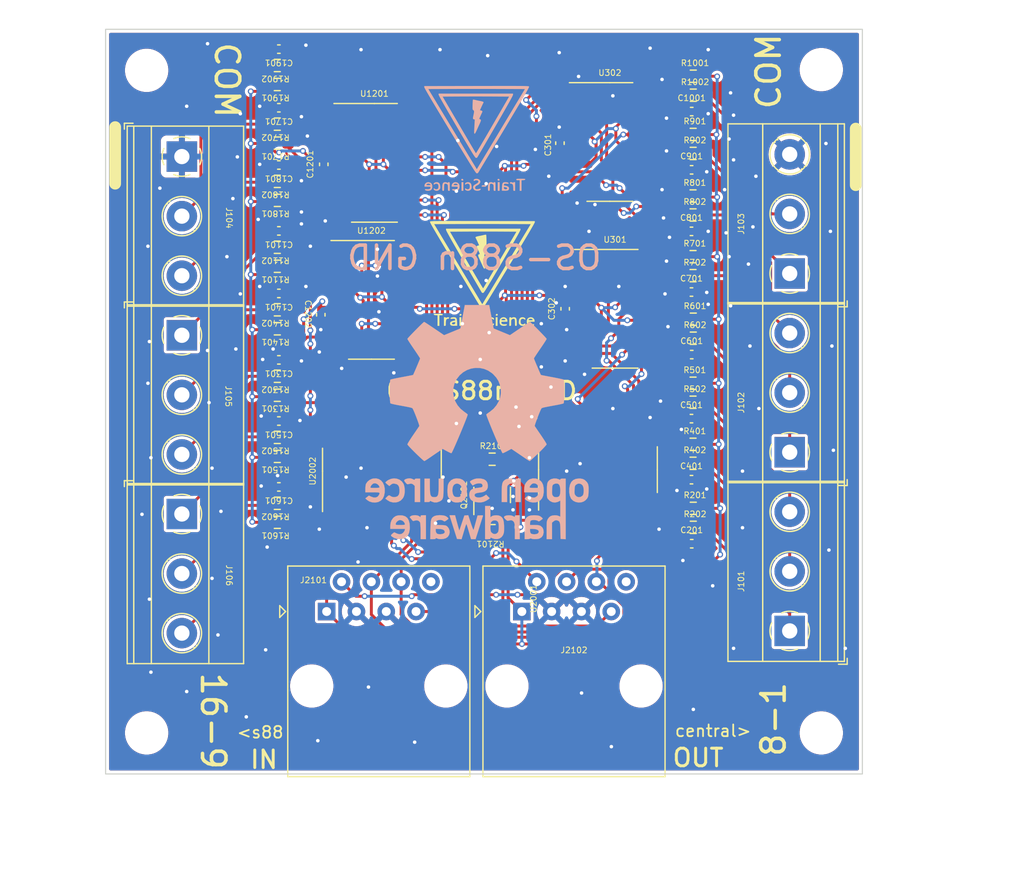
<source format=kicad_pcb>
(kicad_pcb (version 20240108) (generator "pcbnew") (generator_version "8.0")
  (layers (0 "F.Cu" signal) (31 "B.Cu" signal) (34 "B.Paste" user) (35 "F.Paste" user) (36 "B.SilkS" user "B.Silkscreen") (37 "F.SilkS" user "F.Silkscreen") (38 "B.Mask" user) (39 "F.Mask" user) (44 "Edge.Cuts" user))
  (net 0 "")
  (net 1 "/CS1/CMOS")
  (net 2 "GND")
  (net 3 "VCC")
  (net 4 "/CS2/CMOS")
  (net 5 "/CS3/CMOS")
  (net 6 "/CS4/CMOS")
  (net 7 "/CS5/CMOS")
  (net 8 "/CS6/CMOS")
  (net 9 "/CS7/CMOS")
  (net 10 "/CS8/CMOS")
  (net 11 "/CS12/CMOS")
  (net 12 "/CS14/CMOS")
  (net 13 "/CS13/CMOS")
  (net 14 "/CS15/CMOS")
  (net 15 "/CS16/CMOS")
  (net 16 "/CS10/CMOS")
  (net 17 "/CS11/CMOS")
  (net 18 "/CS9/CMOS")
  (net 19 "/CS1/TRACK")
  (net 20 "/CS2/TRACK")
  (net 21 "/CS3/TRACK")
  (net 22 "/CS4/TRACK")
  (net 23 "/CS5/TRACK")
  (net 24 "/CS6/TRACK")
  (net 25 "/CS7/TRACK")
  (net 26 "/CS8/TRACK")
  (net 27 "/CS12/TRACK")
  (net 28 "/CS14/TRACK")
  (net 29 "/CS13/TRACK")
  (net 30 "/CS15/TRACK")
  (net 31 "/CS16/TRACK")
  (net 32 "/CS10/TRACK")
  (net 33 "/CS11/TRACK")
  (net 34 "/CS9/TRACK")
  (net 35 "/SR-latch1/Q4")
  (net 37 "/SR-latch1/Q2")
  (net 38 "/SR-latch1/Q3")
  (net 39 "/SR-latch1/Q1")
  (net 41 "/SR-latch1/Q6")
  (net 42 "/SR-latch1/Q7")
  (net 43 "/SR-latch1/Q5")
  (net 44 "/SR-latch2/Q4")
  (net 46 "/SR-latch2/Q2")
  (net 47 "/SR-latch2/Q3")
  (net 48 "/SR-latch2/Q1")
  (net 50 "/SR-latch2/Q6")
  (net 51 "/SR-latch2/Q7")
  (net 52 "/SR-latch2/Q5")
  (net 57 "/SR-latch1/Q8")
  (net 58 "/SR-latch2/Q8")
  (net 59 "/RJ45/DATA_IN")
  (net 60 "/RJ45/CLOCK")
  (net 61 "/RJ45/PL")
  (net 62 "/RJ45/RESET")
  (net 64 "Net-(J2101-Pad7)")
  (net 65 "/RJ45/DATA_OUT")
  (net 67 "Net-(Q2101-B)")
  (net 68 "Net-(U2001-Q7)")
  (footprint "Capacitor_SMD:C_0402_1005Metric" (layer "F.Cu") (at 184.7675 54.1895 180)
    (property "Reference" "C1101")
    (property "Value" "100nF")
  )
  (footprint "Capacitor_SMD:C_0402_1005Metric" (layer "F.Cu") (at 219.9545 44.016)
    (property "Reference" "C1001")
    (property "Value" "100nF")
  )
  (footprint "Capacitor_SMD:C_0402_1005Metric" (layer "F.Cu") (at 184.7675 65.1895 180)
    (property "Reference" "C1301")
    (property "Value" "100nF")
  )
  (footprint "Package_TO_SOT_SMD:SOT-23" (layer "F.Cu") (at 202.946 76.708 90)
    (property "Reference" "Q2101")
    (property "Value" "BC847")
  )
  (footprint "custom_kicad_lib_sk:R_0603_smalltext" (layer "F.Cu") (at 184.6345 60.919374 180)
    (property "Reference" "R1402")
    (property "Value" "10k")
  )
  (footprint "custom_kicad_lib_sk:R_0603_smalltext" (layer "F.Cu") (at 184.6345 55.5865 180)
    (property "Reference" "R1102")
    (property "Value" "10k")
  )
  (footprint "custom_kicad_lib_sk:R_0603_smalltext" (layer "F.Cu") (at 184.6345 45.0865 180)
    (property "Reference" "R1702")
    (property "Value" "10k")
  )
  (footprint "custom_kicad_lib_sk:R_0603_smalltext" (layer "F.Cu") (at 220.0675 51.213)
    (property "Reference" "R801")
    (property "Value" "100k")
  )
  (footprint "custom_kicad_lib_sk:R_0603_smalltext" (layer "F.Cu") (at 202.946 73.66)
    (property "Reference" "R2102")
    (property "Value" "100k")
  )
  (footprint "Capacitor_SMD:C_0402_1005Metric" (layer "F.Cu") (at 188.341 61.341 -90)
    (property "Reference" "C1202")
    (property "Value" "100nF")
  )
  (footprint "Capacitor_SMD:C_0402_1005Metric" (layer "F.Cu") (at 219.9545 64.738)
    (property "Reference" "C601")
    (property "Value" "100nF")
  )
  (footprint "Capacitor_SMD:C_0402_1005Metric" (layer "F.Cu") (at 219.944 48.98275)
    (property "Reference" "C901")
    (property "Value" "100nF")
  )
  (footprint "custom_kicad_lib_sk:R_0603_smalltext" (layer "F.Cu") (at 220.077 47.58575)
    (property "Reference" "R902")
    (property "Value" "10k")
  )
  (footprint "TerminalBlock_Phoenix:TerminalBlock_Phoenix_MKDS-1,5-3-5.08_1x03_P5.08mm_Horizontal" (layer "F.Cu") (at 228.305 88.302776 90)
    (property "Reference" "J101")
    (property "Value" "Screw_Terminal_01x03")
  )
  (footprint "custom_kicad_lib_sk:R_0603_smalltext" (layer "F.Cu") (at 220.0875 63.341)
    (property "Reference" "R602")
    (property "Value" "10k")
  )
  (footprint "custom_kicad_lib_sk:R_0603_smalltext" (layer "F.Cu") (at 184.6345 49.9675 180)
    (property "Reference" "R1802")
    (property "Value" "10k")
  )
  (footprint "Capacitor_SMD:C_0402_1005Metric" (layer "F.Cu") (at 219.9345 75.406)
    (property "Reference" "C401")
    (property "Value" "100nF")
  )
  (footprint "custom_kicad_lib_sk:R_0603_smalltext" (layer "F.Cu") (at 184.6345 57.2055 180)
    (property "Reference" "R1101")
    (property "Value" "100k")
  )
  (footprint "custom_kicad_lib_sk:R_0603_smalltext" (layer "F.Cu") (at 220.0875 42.619)
    (property "Reference" "R1002")
    (property "Value" "10k")
  )
  (footprint "custom_kicad_lib_sk:R_0603_smalltext" (layer "F.Cu") (at 184.6345 51.5865 180)
    (property "Reference" "R1801")
    (property "Value" "100k")
  )
  (footprint "TerminalBlock_Phoenix:TerminalBlock_Phoenix_MKDS-1,5-3-5.08_1x03_P5.08mm_Horizontal" (layer "F.Cu") (at 228.305 57.822776 90)
    (property "Reference" "J103")
    (property "Value" "Screw_Terminal_01x03")
  )
  (footprint "custom_kicad_lib_sk:R_0603_smalltext" (layer "F.Cu") (at 220.0875 79.47)
    (property "Reference" "R202")
    (property "Value" "10k")
  )
  (footprint "custom_kicad_lib_sk:R_0603_smalltext" (layer "F.Cu") (at 184.6345 71.800374 180)
    (property "Reference" "R1502")
    (property "Value" "10k")
  )
  (footprint "custom_kicad_lib_sk:R_0603_smalltext" (layer "F.Cu") (at 184.6345 46.7055 180)
    (property "Reference" "R1701")
    (property "Value" "100k")
  )
  (footprint "custom_kicad_lib_sk:R_0603_smalltext" (layer "F.Cu") (at 220.0675 72.39)
    (property "Reference" "R401")
    (property "Value" "100k")
  )
  (footprint "custom_kicad_lib_sk:R_0603_smalltext" (layer "F.Cu") (at 220.0675 68.802)
    (property "Reference" "R502")
    (property "Value" "10k")
  )
  (footprint "Capacitor_SMD:C_0402_1005Metric" (layer "F.Cu") (at 184.7675 38.6895 180)
    (property "Reference" "C1901")
    (property "Value" "100nF")
  )
  (footprint "TerminalBlock_Phoenix:TerminalBlock_Phoenix_MKDS-1,5-3-5.08_1x03_P5.08mm_Horizontal" (layer "F.Cu") (at 176.5 47.852 -90)
    (property "Reference" "J104")
    (property "Value" "Screw_Terminal_01x03")
  )
  (footprint "custom_kicad_lib_sk:R_0603_smalltext" (layer "F.Cu") (at 220.0675 74.009)
    (property "Reference" "R402")
    (property "Value" "10k")
  )
  (footprint "custom_kicad_lib_sk:R_0603_smalltext" (layer "F.Cu") (at 220.0675 52.832)
    (property "Reference" "R802")
    (property "Value" "10k")
  )
  (footprint "custom_kicad_lib_sk:R_0603_smalltext" (layer "F.Cu") (at 184.6345 73.419374 180)
    (property "Reference" "R1501")
    (property "Value" "100k")
  )
  (footprint "custom_kicad_lib_sk:R_0603_smalltext" (layer "F.Cu") (at 184.6345 41.7055 180)
    (property "Reference" "R1901")
    (property "Value" "100k")
  )
  (footprint "MountingHole:MountingHole_3.2mm_M3" (layer "F.Cu") (at 231 97 180)
    (property "Reference" "REF**" (hide yes))
    (property "Value" "MountingHole_3.2mm_M3")
  )
  (footprint "TerminalBlock_Phoenix:TerminalBlock_Phoenix_MKDS-1,5-3-5.08_1x03_P5.08mm_Horizontal" (layer "F.Cu") (at 228.305 73.062776 90)
    (property "Reference" "J102")
    (property "Value" "Screw_Terminal_01x03")
  )
  (footprint "Capacitor_SMD:C_0402_1005Metric" (layer "F.Cu") (at 184.7675 59.522374 180)
    (property "Reference" "C1401")
    (property "Value" "100nF")
  )
  (footprint "Capacitor_SMD:C_0402_1005Metric" (layer "F.Cu") (at 219.9345 59.404)
    (property "Reference" "C701")
    (property "Value" "100nF")
  )
  (footprint "Capacitor_SMD:C_0402_1005Metric" (layer "F.Cu") (at 188.595 48.514 90)
    (property "Reference" "C1201")
    (property "Value" "100nF")
  )
  (footprint "Connector_RJ:RJ45_Amphenol_54602-x08_Horizontal" (layer "F.Cu") (at 205.477 86.65)
    (property "Reference" "J2102")
    (property "Value" "RJ45")
  )
  (footprint "custom_kicad_lib_sk:R_0603_smalltext" (layer "F.Cu") (at 184.6345 66.5865 180)
    (property "Reference" "R1302")
    (property "Value" "10k")
  )
  (footprint "Capacitor_SMD:C_0402_1005Metric" (layer "F.Cu") (at 208.723001 46.708001 90)
    (property "Reference" "C301")
    (property "Value" "100nF")
  )
  (footprint "custom_kicad_lib_sk:R_0603_smalltext" (layer "F.Cu") (at 202.946 79.756 180)
    (property "Reference" "R2101")
    (property "Value" "4k7")
  )
  (footprint "custom_kicad_lib_sk:R_0603_smalltext" (layer "F.Cu") (at 184.6345 68.2055 180)
    (property "Reference" "R1301")
    (property "Value" "100k")
  )
  (footprint "Capacitor_SMD:C_0402_1005Metric" (layer "F.Cu") (at 219.9545 80.867)
    (property "Reference" "C201")
    (property "Value" "100nF")
  )
  (footprint "custom_kicad_lib_sk:R_0603_smalltext" (layer "F.Cu") (at 220.0875 41)
    (property "Reference" "R1001")
    (property "Value" "100k")
  )
  (footprint "Package_SO:SOIC-16_3.9x9.9mm_P1.27mm" (layer "F.Cu") (at 192.659 60.071)
    (property "Reference" "U1202")
    (property "Value" "~")
  )
  (footprint "MountingHole:MountingHole_3.2mm_M3" (layer "F.Cu") (at 173.5 97 180)
    (property "Reference" "REF**" (hide yes))
    (property "Value" "MountingHole_3.2mm_M3")
  )
  (footprint "Capacitor_SMD:C_0402_1005Metric" (layer "F.Cu") (at 184.7675 70.403374 180)
    (property "Reference" "C1501")
    (property "Value" "100nF")
  )
  (footprint "custom_kicad_lib_sk:R_0603_smalltext" (layer "F.Cu") (at 184.6345 79.038374 180)
    (property "Reference" "R1601")
    (property "Value" "100k")
  )
  (footprint "Package_SO:SOIC-16_3.9x9.9mm_P1.27mm" (layer "F.Cu") (at 192.913 48.387)
    (property "Reference" "U1201")
    (property "Value" "~")
  )
  (footprint "custom_kicad_lib_sk:R_0603_smalltext" (layer "F.Cu") (at 220.0875 77.851)
    (property "Reference" "R201")
    (property "Value" "100k")
  )
  (footprint "custom_kicad_lib_sk:Train-Science logo small" (layer "F.Cu") (at 202.184 57.912)
    (property "Reference" "G***" (hide yes))
    (property "Value" "LOGO" (hide yes))
  )
  (footprint "Package_SO:SOIC-16_3.9x9.9mm_P1.27mm" (layer "F.Cu") (at 213.425 60.833)
    (property "Reference" "U301")
    (property "Value" "~")
  )
  (footprint "Connector_RJ:RJ45_Amphenol_54602-x08_Horizontal" (layer "F.Cu") (at 188.84 86.65)
    (property "Reference" "J2101")
    (property "Value" "RJ45")
  )
  (footprint "Capacitor_SMD:C_0402_1005Metric" (layer "F.Cu") (at 184.7675 43.6895 180)
    (property "Reference" "C1701")
    (property "Value" "100nF")
  )
  (footprint "MountingHole:MountingHole_3.2mm_M3" (layer "F.Cu") (at 173.5 40.5 180)
    (property "Reference" "REF**" (hide yes))
    (property "Value" "MountingHole_3.2mm_M3")
  )
  (footprint "Capacitor_SMD:C_0402_1005Metric" (layer "F.Cu") (at 184.7675 76.022374 180)
    (property "Reference" "C1601")
    (property "Value" "100nF")
  )
  (footprint "custom_kicad_lib_sk:R_0603_smalltext" (layer "F.Cu") (at 220.0675 67.183)
    (property "Reference" "R501")
    (property "Value" "100k")
  )
  (footprint "custom_kicad_lib_sk:R_0603_smalltext" (layer "F.Cu") (at 220.0675 58.007)
    (property "Reference" "R702")
    (property "Value" "10k")
  )
  (footprint "TerminalBlock_Phoenix:TerminalBlock_Phoenix_MKDS-1,5-3-5.08_1x03_P5.08mm_Horizontal" (layer "F.Cu") (at 176.5 78.332 -90)
    (property "Reference" "J106")
    (property "Value" "Screw_Terminal_01x03")
  )
  (footprint "Capacitor_SMD:C_0402_1005Metric" (layer "F.Cu") (at 219.9345 54.229)
    (property "Reference" "C801")
    (property "Value" "100nF")
  )
  (footprint "custom_kicad_lib_sk:R_0603_smalltext" (layer "F.Cu") (at 184.6345 40.0865 180)
    (property "Reference" "R1902")
    (property "Value" "10k")
  )
  (footprint "custom_kicad_lib_sk:R_0603_smalltext" (layer "F.Cu") (at 184.6345 62.538374 180)
    (property "Reference" "R1401")
    (property "Value" "100k")
  )
  (footprint "Package_SO:SOIC-16_3.9x9.9mm_P1.27mm" (layer "F.Cu") (at 212.979 46.609)
    (property "Reference" "U302")
    (property "Value" "~")
  )
  (footprint "MountingHole:MountingHole_3.2mm_M3" (layer "F.Cu") (at 231 40.437776 180)
    (property "Reference" "REF**" (hide yes))
    (property "Value" "MountingHole_3.2mm_M3")
  )
  (footprint "custom_kicad_lib_sk:R_0603_smalltext" (layer "F.Cu") (at 220.0875 61.722)
    (property "Reference" "R601")
    (property "Value" "100k")
  )
  (footprint "Capacitor_SMD:C_0402_1005Metric" (layer "F.Cu") (at 219.9345 70.199)
    (property "Reference" "C501")
    (property "Value" "100nF")
  )
  (footprint "Capacitor_SMD:C_0402_1005Metric" (layer "F.Cu") (at 184.7675 48.5705 180)
    (property "Reference" "C1801")
    (property "Value" "100nF")
  )
  (footprint "custom_kicad_lib_sk:R_0603_smalltext" (layer "F.Cu") (at 220.0675 56.388)
    (property "Reference" "R701")
    (property "Value" "100k")
  )
  (footprint "Package_SO:SOIC-16_3.9x9.9mm_P1.27mm" (layer "F.Cu") (at 211.963 74.549 90)
    (property "Reference" "U2001")
    (property "Value" "4014")
  )
  (footprint "Package_SO:SOIC-16_3.9x9.9mm_P1.27mm" (layer "F.Cu") (at 193.548 74.676 90)
    (property "Reference" "U2002")
    (property "Value" "4014")
  )
  (footprint "custom_kicad_lib_sk:R_0603_smalltext" (layer "F.Cu") (at 220.077 45.96675)
    (property "Reference" "R901")
    (property "Value" "100k")
  )
  (footprint "TerminalBlock_Phoenix:TerminalBlock_Phoenix_MKDS-1,5-3-5.08_1x03_P5.08mm_Horizontal" (layer "F.Cu") (at 176.5 63.092 -90)
    (property "Reference" "J105")
    (property "Value" "Screw_Terminal_01x03")
  )
  (footprint "Capacitor_SMD:C_0402_1005Metric" (layer "F.Cu") (at 209.169001 60.833 90)
    (property "Reference" "C302")
    (property "Value" "100nF")
  )
  (footprint "custom_kicad_lib_sk:R_0603_smalltext" (layer "F.Cu") (at 184.6345 77.419374 180)
    (property "Reference" "R1602")
    (property "Value" "10k")
  )
  (footprint "custom_kicad_lib_sk:Train-Science logo small" (layer "B.Cu") (at 201.556416 46.394055 180)
    (property "Reference" "G***" (hide yes))
    (property "Value" "LOGO" (hide yes))
  )
  (footprint "Symbol:OSHW-Logo_19x20mm_SilkScreen" (layer "B.Cu") (at 201.676 70.485 180)
    (property "Reference" "REF**" (hide yes))
    (property "Value" "OSHW-Logo_19x20mm_SilkScreen" (hide yes))
  )
  (gr_line (start 170.815 50.165) (end 170.815 45.339) (stroke (width 1)) (layer "F.SilkS"))
  (gr_line (start 233.934 50.292) (end 233.934 45.466) (stroke (width 1)) (layer "F.SilkS"))
  (gr_rect (start 170 37) (end 234.5 100.5) (stroke (width 0.1)) (fill none) (layer "Edge.Cuts"))
  (gr_text "OS-S88n GND" (at 201.422 57.658 0) (layer "B.SilkS") (effects (font (size 2 2) (thickness 0.3)) (justify bottom mirror)))
  (gr_text "16-9" (at 178 91.694 270) (layer "F.SilkS") (effects (font (size 2 2) (thickness 0.3)) (justify left bottom)))
  (gr_text "OS-S88n GND" (at 202.057 68.707 0) (layer "F.SilkS") (effects (font (size 1.5 1.5) (thickness 0.25) (bold yes)) (justify bottom)))
  (gr_text "COM" (at 227.678 43.979776 90) (layer "F.SilkS") (effects (font (size 2 2) (thickness 0.3)) (justify left bottom)))
  (gr_text "8-1" (at 228.092 99.187 90) (layer "F.SilkS") (effects (font (size 2 2) (thickness 0.3)) (justify left bottom)))
  (gr_text "IN" (at 183.5 100.15 0) (layer "F.SilkS") (effects (font (size 1.5 1.5) (thickness 0.25) (bold yes)) (justify bottom)))
  (gr_text "OUT" (at 220.5 100 0) (layer "F.SilkS") (effects (font (size 1.5 1.5) (thickness 0.25) (bold yes)) (justify bottom)))
  (gr_text "central>" (at 218.44 97.409 0) (layer "F.SilkS") (effects (font (size 1 1)) (justify left bottom)))
  (gr_text "<s88" (at 181.102 97.536 0) (layer "F.SilkS") (effects (font (size 1 1)) (justify left bottom)))
  (gr_text "COM" (at 179.177 37.946 -90) (layer "F.SilkS") (effects (font (size 2 2) (thickness 0.3)) (justify left bottom)))
  (segment (start 209.65 63.661249) (end 209.948249 63.363) (width 0.25) (layer "F.Cu") (net 1))
  (segment (start 215.445125 66.982125) (end 213.106 64.643) (width 0.25) (layer "F.Cu") (net 1))
  (segment (start 209.948249 63.363) (end 212.217 63.363) (width 0.25) (layer "F.Cu") (net 1))
  (segment (start 219.175 77.851) (end 217.8925 76.5685) (width 0.25) (layer "F.Cu") (net 1))
  (segment (start 213.106 64.643) (end 209.938249 64.643) (width 0.25) (layer "F.Cu") (net 1))
  (segment (start 217.8925 71.391104) (end 217.667 71.165604) (width 0.25) (layer "F.Cu") (net 1))
  (segment (start 217.667 70.231) (end 215.445125 68.009125) (width 0.25) (layer "F.Cu") (net 1))
  (segment (start 219.175 77.851) (end 219.175 80.5675) (width 0.25) (layer "F.Cu") (net 1))
  (segment (start 211.836 58.928) (end 210.95 58.928) (width 0.25) (layer "F.Cu") (net 1))
  (segment (start 219.175 80.5675) (end 219.4745 80.867) (width 0.25) (layer "F.Cu") (net 1))
  (segment (start 212.852 62.728) (end 212.852 59.944) (width 0.25) (layer "F.Cu") (net 1))
  (segment (start 217.667 71.165604) (end 217.667 70.231) (width 0.25) (layer "F.Cu") (net 1))
  (segment (start 209.65 64.354751) (end 209.65 63.661249) (width 0.25) (layer "F.Cu") (net 1))
  (segment (start 215.445125 68.009125) (end 215.445125 66.982125) (width 0.25) (layer "F.Cu") (net 1))
  (segment (start 217.8925 76.5685) (end 217.8925 71.391104) (width 0.25) (layer "F.Cu") (net 1))
  (segment (start 212.852 59.944) (end 211.836 58.928) (width 0.25) (layer "F.Cu") (net 1))
  (segment (start 212.217 63.363) (end 212.852 62.728) (width 0.25) (layer "F.Cu") (net 1))
  (segment (start 209.938249 64.643) (end 209.65 64.354751) (width 0.25) (layer "F.Cu") (net 1))
  (via (at 186.69 44.45) (size 0.5) (drill 0.3) (layers "F.Cu" "B.Cu") (net 2))
  (via (at 199.898 70.612) (size 0.5) (drill 0.3) (layers "F.Cu" "B.Cu") (net 2))
  (via (at 222.885 54.356) (size 0.5) (drill 0.3) (layers "F.Cu" "B.Cu") (net 2))
  (via (at 202.565 39.243) (size 0.5) (drill 0.3) (layers "F.Cu" "B.Cu") (net 2))
  (via (at 221.361 38.735) (size 0.5) (drill 0.3) (layers "F.Cu" "B.Cu") (net 2))
  (via (at 209.169 65.278) (size 0.5) (drill 0.3) (layers "F.Cu" "B.Cu") (net 2))
  (via (at 202.946 77.851) (size 0.5) (drill 0.3) (layers "F.Cu" "B.Cu") (net 2))
  (via (at 223.266 42.418) (size 0.5) (drill 0.3) (layers "F.Cu" "B.Cu") (net 2))
  (via (at 213.233 69.342) (size 0.5) (drill 0.3) (layers "F.Cu" "B.Cu") (net 2))
  (via (at 210.566 93.599) (size 0.5) (drill 0.3) (layers "F.Cu" "B.Cu") (net 2))
  (via (at 178.689 64.389) (size 0.5) (drill 0.3) (layers "F.Cu" "B.Cu") (net 2))
  (via (at 179.07 74.422) (size 0.5) (drill 0.3) (layers "F.Cu" "B.Cu") (net 2))
  (via (at 217.932 62.357) (size 0.5) (drill 0.3) (layers "F.Cu" "B.Cu") (net 2))
  (via (at 217.17 79.629) (size 0.5) (drill 0.3) (layers "F.Cu" "B.Cu") (net 2))
  (via (at 201.93 69.723) (size 0.5) (drill 0.3) (layers "F.Cu" "B.Cu") (net 2))
  (via (at 179.832 78.105) (size 0.5) (drill 0.3) (layers "F.Cu" "B.Cu") (net 2))
  (via (at 200.406 62.103) (size 0.5) (drill 0.3) (layers "F.Cu" "B.Cu") (net 2))
  (via (at 200.279 58.928) (size 0.5) (drill 0.3) (layers "F.Cu" "B.Cu") (net 2))
  (via (at 213.741 58.928) (size 0.5) (drill 0.3) (layers "F.Cu" "B.Cu") (net 2))
  (via (at 213.233 42.672) (size 0.5) (drill 0.3) (layers "F.Cu" "B.Cu") (net 2))
  (via (at 218.694 76.327) (size 0.5) (drill 0.3) (layers "F.Cu" "B.Cu") (net 2))
  (via (at 222.758 50.673) (size 0.5) (drill 0.3) (layers "F.Cu" "B.Cu") (net 2))
  (via (at 223.52 89.789) (size 0.5) (drill 0.3) (layers "F.Cu" "B.Cu") (net 2))
  (via (at 224.917 64.008) (size 0.5) (drill 0.3) (layers "F.Cu" "B.Cu") (net 2))
  (via (at 183.007 53.213) (size 0.5) (drill 0.3) (layers "F.Cu" "B.Cu") (net 2))
  (via (at 202.438 58.42) (size 0.5) (drill 0.3) (layers "F.Cu" "B.Cu") (net 2))
  (via (at 186.69 52.578) (size 0.5) (drill 0.3) (layers "F.Cu" "B.Cu") (net 2))
  (via (at 183.261 75.946) (size 0.5) (drill 0.3) (layers "F.Cu" "B.Cu") (net 2))
  (via (at 173.736 63.627) (size 0.5) (drill 0.3) (layers "F.Cu" "B.Cu") (net 2))
  (via (at 181.483 44.196) (size 0.5) (drill 0.3) (layers "F.Cu" "B.Cu") (net 2))
  (via (at 198.755 75.184) (size 0.5) (drill 0.3) (layers "F.Cu" "B.Cu") (net 2))
  (via (at 173.736 85.598) (size 0.5) (drill 0.3) (layers "F.Cu" "B.Cu") (net 2))
  (via (at 187.071 58.928) (size 0.5) (drill 0.3) (layers "F.Cu" "B.Cu") (net 2))
  (via (at 181.991 95.631) (size 0.5) (drill 0.3) (layers "F.Cu" "B.Cu") (net 2))
  (via (at 205.232 70.866) (size 0.5) (drill 0.3) (layers "F.Cu" "B.Cu") (net 2))
  (via (at 183.134 58.928) (size 0.5) (drill 0.3) (layers "F.Cu" "B.Cu") (net 2))
  (via (at 206.629 47.244) (size 0.5) (drill 0.3) (layers "F.Cu" "B.Cu") (net 2))
  (via (at 224.282 74.676) (size 0.5) (drill 0.3) (layers "F.Cu" "B.Cu") (net 2))
  (via (at 199.263 77.216) (size 0.5) (drill 0.3) (layers "F.Cu" "B.Cu") (net 2))
  (via (at 186.69 65.278) (size 0.5) (drill 0.3) (layers "F.Cu" "B.Cu") (net 2))
  (via (at 202.692 62.865) (size 0.5) (drill 0.3) (layers "F.Cu" "B.Cu") (net 2))
  (via (at 225.171 53.848) (size 0.5) (drill 0.3) (layers "F.Cu" "B.Cu") (net 2))
  (via (at 198.12 79.121) (size 0.5) (drill 0.3) (layers "F.Cu" "B.Cu") (net 2))
  (via (at 179.578 88.646) (size 0.5) (drill 0.3) (layers "F.Cu" "B.Cu") (net 2))
  (via (at 193.294 61.087) (size 0.5) (drill 0.3) (layers "F.Cu" "B.Cu") (net 2))
  (via (at 221.742 84.455) (size 0.5) (drill 0.3) (layers "F.Cu" "B.Cu") (net 2))
  (via (at 192.278 79.502) (size 0.5) (drill 0.3) (layers "F.Cu" "B.Cu") (net 2))
  (via (at 193.167 55.753) (size 0.5) (drill 0.3) (layers "F.Cu" "B.Cu") (net 2))
  (via (at 231.902 64.008) (size 0.5) (drill 0.3) (layers "F.Cu" "B.Cu") (net 2))
  (via (at 173.863 73.533) (size 0.5) (drill 0.3) (layers "F.Cu" "B.Cu") (net 2))
  (via (at 204.978 69.215) (size 0.5) (drill 0.3) (layers "F.Cu" "B.Cu") (net 2))
  (via (at 180.34 56.388) (size 0.5) (drill 0.3) (layers "F.Cu" "B.Cu") (net 2))
  (via (at 209.296 62.611) (size 0.5) (drill 0.3) (layers "F.Cu" "B.Cu") (net 2))
  (via (at 191.516 82.423) (size 0.5) (drill 0.3) (layers "F.Cu" "B.Cu") (net 2))
  (via (at 208.661 45.339) (size 0.5) (drill 0.3) (layers "F.Cu" "B.Cu") (net 2))
  (via (at 186.69 53.594) (size 0.5) (drill 0.3) (layers "F.Cu" "B.Cu") (net 2))
  (via (at 184.277 64.262) (size 0.5) (drill 0.3) (layers "F.Cu" "B.Cu") (net 2))
  (via (at 223.52 48.133) (size 0.5) (drill 0.3) (layers "F.Cu" "B.Cu") (net 2))
  (via (at 190.119 65.913) (size 0.5) (drill 0.3) (layers "F.Cu" "B.Cu") (net 2))
  (via (at 181.483 59.563) (size 0.5) (drill 0.3) (layers "F.Cu" "B.Cu") (net 2))
  (via (at 209.169 58.928) (size 0.5) (drill 0.3) (layers "F.Cu" "B.Cu") (net 2))
  (via (at 207.772 49.53) (size 0.5) (drill 0.3) (layers "F.Cu" "B.Cu") (net 2))
  (via (at 184.658 75.057) (size 0.5) (drill 0.3) (layers "F.Cu" "B.Cu") (net 2))
  (via (at 207.137 65.786) (size 0.5) (drill 0.3) (layers "F.Cu" "B.Cu") (net 2))
  (via (at 190.5 75.184) (size 0.5) (drill 0.3) (layers "F.Cu" "B.Cu") (net 2))
  (via (at 209.296 74.676) (size 0.5) (drill 0.3) (layers "F.Cu" "B.Cu") (net 2))
  (via (at 188.722 53.34) (size 0.5) (drill 0.3) (layers "F.Cu" "B.Cu") (net 2))
  (via (at 225.679 69.342) (size 0.5) (drill 0.3) (layers "F.Cu" "B.Cu") (net 2))
  (via (at 206.121 77.978) (size 0.5) (drill 0.3) (layers "F.Cu" "B.Cu") (net 2))
  (via (at 231.775 54.229) (size 0.5) (drill 0.3) (layers "F.Cu" "B.Cu") (net 2))
  (via (at 223.52 44.323) (size 0.5) (drill 0.3) (layers "F.Cu" "B.Cu") (net 2))
  (via (at 183.769 81.153) (size 0.5) (drill 0.3) (layers "F.Cu" "B.Cu") (net 2))
  (via (at 173.609 55.499) (size 0.5) (drill 0.3) (layers "F.Cu" "B.Cu") (net 2))
  (via (at 210.312 41.021) (size 0.5) (drill 0.3) (layers "F.Cu" "B.Cu") (net 2))
  (via (at 200.025 46.482) (size 0.5) (drill 0.3) (layers "F.Cu" "B.Cu") (net 2))
  (via (at 217.805 56.769) (size 0.5) (drill 0.3) (layers "F.Cu" "B.Cu") (net 2))
  (via (at 188.087 97.663) (size 0.5) (drill 0.3) (layers "F.Cu" "B.Cu") (net 2))
  (via (at 202.438 50.165) (size 0.5) (drill 0.3) (layers "F.Cu" "B.Cu") (net 2))
  (via (at 188.214 79.629) (size 0.5) (drill 0.3) (layers "F.Cu" "B.Cu") (net 2))
  (via (at 217.424 50.673) (size 0.5) (drill 0.3) (layers "F.Cu" "B.Cu") (net 2))
  (via (at 224.79 57.023) (size 0.5) (drill 0.3) (layers "F.Cu" "B.Cu") (net 2))
  (via (at 186.69 49.911) (size 0.5) (drill 0.3) (layers "F.Cu" "B.Cu") (net 2))
  (via (at 187.071 38.354) (size 0.5) (drill 0.3) (layers "F.Cu" "B.Cu") (net 2))
  (via (at 180.848 51.435) (size 0.5) (drill 0.3) (layers "F.Cu" "B.Cu") (net 2))
  (via (at 210.439 74.041) (size 0.5) (drill 0.3) (layers "F.Cu" "B.Cu") (net 2))
  (via (at 216.408 38.608) (size 0.5) (drill 0.3) (layers "F.Cu" "B.Cu") (net 2))
  (via (at 233.045 89.789) (size 0.5) (drill 0.3) (layers "F.Cu" "B.Cu") (net 2))
  (via (at 192.405 93.091) (size 0.5) (drill 0.3) (layers "F.Cu" "B.Cu") (net 2))
  (via (at 196.342 97.79) (size 0.5) (drill 0.3) (layers "F.Cu" "B.Cu") (net 2))
  (via (at 217.424 41.275) (size 0.5) (drill 0.3) (layers "F.Cu" "B.Cu") (net 2))
  (via (at 183.261 69.977) (size 0.5) (drill 0.3) (layers "F.Cu" "B.Cu") (net 2))
  (via (at 174.625 50.546) (size 0.5) (drill 0.3) (layers "F.Cu" "B.Cu") (net 2))
  (via (at 211.709 51.943) (size 0.5) (drill 0.3) (layers "F.Cu" "B.Cu") (net 2))
  (via (at 183.134 48.514) (size 0.5) (drill 0.3) (layers "F.Cu" "B.Cu") (net 2))
  (via (at 183.388 65.151) (size 0.5) (drill 0.3) (layers "F.Cu" "B.Cu") (net 2))
  (via (at 221.361 54.229) (size 0.5) (drill 0.3) (layers "F.Cu" "B.Cu") (net 2))
  (via (at 224.282 79.502) (size 0.5) (drill 0.3) (layers "F.Cu" "B.Cu") (net 2))
  (via (at 186.563 70.358) (size 0.5) (drill 0.3) (layers "F.Cu" "B.Cu") (net 2))
  (via (at 207.137 62.103) (size 0.5) (drill 0.3) (layers "F.Cu" "B.Cu") (net 2))
  (via (at 217.551 53.086) (size 0.5) (drill 0.3) (layers "F.Cu" "B.Cu") (net 2))
  (via (at 208.661 38.989) (size 0.5) (drill 0.3) (layers "F.Cu" "B.Cu") (net 2))
  (via (at 181.102 64.262) (size 0.5) (drill 0.3) (layers "F.Cu" "B.Cu") (net 2))
  (via (at 223.139 46.355) (size 0.5) (drill 0.3) (layers "F.Cu" "B.Cu") (net 2))
  (via (at 221.361 44.196) (size 0.5) (drill 0.3) (layers "F.Cu" "B.Cu") (net 2))
  (via (at 223.139 56.388) (size 0.5) (drill 0.3) (layers "F.Cu" "B.Cu") (net 2))
  (via (at 188.214 64.516) (size 0.5) (drill 0.3) (layers "F.Cu" "B.Cu") (net 2))
  (via (at 188.341 62.611) (size 0.5) (drill 0.3) (layers "F.Cu" "B.Cu") (net 2))
  (via (at 219.202 82.296) (size 0.5) (drill 0.3) (layers "F.Cu" "B.Cu") (net 2))
  (via (at 218.059 54.737) (size 0.5) (drill 0.3) (layers "F.Cu" "B.Cu") (net 2))
  (via (at 183.642 89.916) (size 0.5) (drill 0.3) (layers "F.Cu" "B.Cu") (net 2))
  (via (at 176.911 93.472) (size 0.5) (drill 0.3) (layers "F.Cu" "B.Cu") (net 2))
  (via (at 191.77 74.422) (size 0.5) (drill 0.3) (layers "F.Cu" "B.Cu") (net 2))
  (via (at 210.82 66.421) (size 0.5) (drill 0.3) (layers "F.Cu" "B.Cu") (net 2))
  (via (at 217.297 68.707) (size 0.5) (drill 0.3) (layers "F.Cu" "B.Cu") (net 2))
  (via (at 206.121 73.533) (size 0.5) (drill 0.3) (layers "F.Cu" "B.Cu") (net 2))
  (via (at 198.501 38.735) (size 0.5) (drill 0.3) (layers "F.Cu" "B.Cu") (net 2))
  (via (at 221.234 59.436) (size 0.5) (drill 0.3) (layers "F.Cu" "B.Cu") (net 2))
  (via (at 203.327 46.99) (size 0.5) (drill 0.3) (layers "F.Cu" "B.Cu") (net 2))
  (via (at 221.234 49.149) (size 0.5) (drill 0.3) (layers "F.Cu" "B.Cu") (net 2))
  (via (at 173.101 78.359) (size 0.5) (drill 0.3) (layers "F.Cu" "B.Cu") (net 2))
  (via (at 208.407 60.325) (size 0.5) (drill 0.3) (layers "F.Cu" "B.Cu") (net 2))
  (via (at 232.029 72.898) (size 0.5) (drill 0.3) (layers "F.Cu" "B.Cu") (net 2))
  (via (at 221.361 60.452) (size 0.5) (drill 0.3) (layers "F.Cu" "B.Cu") (net 2))
  (via (at 217.805 47.371) (size 0.5) (drill 0.3) (layers "F.Cu" "B.Cu") (net 2))
  (via (at 217.805 44.577) (size 0.5) (drill 0.3) (layers "F.Cu" "B.Cu") (net 2))
  (via (at 223.266 60.579) (size 0.5) (drill 0.3) (layers "F.Cu" "B.Cu") (net 2))
  (via (at 219.075 71.12) (size 0.5) (drill 0.3) (layers "F.Cu" "B.Cu") (net 2))
  (via (at 231.648 81.407) (size 0.5) (drill 0.3) (layers "F.Cu" "B.Cu") (net 2))
  (via (at 211.201 54.229) (size 0.5) (drill 0.3) (layers "F.Cu" "B.Cu") (net 2))
  (via (at 204.724 77.978) (size 0.5) (drill 0.3) (layers "F.Cu" "B.Cu") (net 2))
  (via (at 179.07 83.82) (size 0.5) (drill 0.3) (layers "F.Cu" "B.Cu") (net 2))
  (via (at 176.911 43.561) (size 0.5) (drill 0.3) (layers "F.Cu" "B.Cu") (net 2))
  (via (at 220.091 94.996) (size 0.5) (drill 0.3) (layers "F.Cu" "B.Cu") (net 2))
  (via (at 173.609 67.183) (size 0.5) (drill 0.3) (layers "F.Cu" "B.Cu") (net 2))
  (via (at 187.452 55.499) (size 0.5) (drill 0.3) (layers "F.Cu" "B.Cu") (net 2))
  (via (at 231.394 46.736) (size 0.5) (drill 0.3) (layers "F.Cu" "B.Cu") (net 2))
  (via (at 181.229 47.879) (size 0.5) (drill 0.3) (layers "F.Cu" "B.Cu") (net 2))
  (via (at 204.724 76.835) (size 0.5) (drill 0.3) (layers "F.Cu" "B.Cu") (net 2))
  (via (at 187.452 77.724) (size 0.5) (drill 0.3) (layers "F.Cu" "B.Cu") (net 2))
  (via (at 217.678 59.563) (size 0.5) (drill 0.3) (layers "F.Cu" "B.Cu") (net 2))
  (via (at 187.198 46.101) (size 0.5) (drill 0.3) (layers "F.Cu" "B.Cu") (net 2))
  (via (at 216.408 70.104) (size 0.5) (drill 0.3) (layers "F.Cu" "B.Cu") (net 2))
  (via (at 225.425 49.53) (size 0.5) (drill 0.3) (layers "F.Cu" "B.Cu") (net 2))
  (via (at 199.898 50.8) (size 0.5) (drill 0.3) (layers "F.Cu" "B.Cu") (net 2))
  (via (at 206.121 76.962) (size 0.5) (drill 0.3) (layers "F.Cu" "B.Cu") (net 2))
  (via (at 193.167 58.039) (size 0.5) (drill 0.3) (layers "F.Cu" "B.Cu") (net 2))
  (via (at 191.77 38.735) (size 0.5) (drill 0.3) (layers "F.Cu" "B.Cu") (net 2))
  (via (at 178.816 68.834) (size 0.5) (drill 0.3) (layers "F.Cu" "B.Cu") (net 2))
  (via (at 201.93 65.151) (size 0.5) (drill 0.3) (layers "F.Cu" "B.Cu") (net 2))
  (via (at 173.863 91.821) (size 0.5) (drill 0.3) (layers "F.Cu" "B.Cu") (net 2))
  (via (at 194.564 66.294) (size 0.5) (drill 0.3) (layers "F.Cu" "B.Cu") (net 2))
  (via (at 178.689 38.227) (size 0.5) (drill 0.3) (layers "F.Cu" "B.Cu") (net 2))
  (via (at 210.185 51.816) (size 0.5) (drill 0.3) (layers "F.Cu" "B.Cu") (net 2))
  (via (at 183.134 43.561) (size 0.5) (drill 0.3) (layers "F.Cu" "B.Cu") (net 2))
  (via (at 213.106 98.171) (size 0.5) (drill 0.3) (layers "F.Cu" "B.Cu") (net 2))
  (via (at 221.234 76.2) (size 0.5) (drill 0.3) (layers "F.Cu" "B.Cu") (net 2))
  (segment (start 186.8775 62.923104) (end 186.46223 63.338374) (width 0.25) (layer "F.Cu") (net 3))
  (segment (start 190.438 49.022) (end 188.623 49.022) (width 0.25) (layer "F.Cu") (net 3))
  (segment (start 188.341 60.325) (end 188.468 60.198) (width 0.25) (layer "F.Cu") (net 3))
  (segment (start 204.3085 84.6745) (end 204.3085 80.588995) (width 0.25) (layer "F.Cu") (net 3))
  (segment (start 205.486 89.4165) (end 191.6065 89.4165) (width 0.25) (layer "F.Cu") (net 3))
  (segment (start 210.95 61.468) (end 209.324001 61.468) (width 0.25) (layer "F.Cu") (net 3))
  (segment (start 205.477 86.65) (end 204.3085 85.4815) (width 0.25) (layer "F.Cu") (net 3))
  (segment (start 188.496 60.706) (end 188.341 60.861) (width 0.25) (layer "F.Cu") (net 3))
  (segment (start 182.5 73.5) (end 183.641374 73.5) (width 0.25) (layer "F.Cu") (net 3))
  (segment (start 207.955901 62.5261) (end 209.169001 61.313) (width 0.25) (layer "F.Cu") (net 3))
  (segment (start 188.44 48.994) (end 186.817 47.371) (width 0.25) (layer "F.Cu") (net 3))
  (segment (start 183.6915 46.736) (end 183.722 46.7055) (width 0.25) (layer "F.Cu") (net 3))
  (segment (start 203.549249 76.583) (end 203.297249 76.835) (width 0.25) (layer "F.Cu") (net 3))
  (segment (start 186.3595 77.164104) (end 186.3595 79.508869) (width 0.25) (layer "F.Cu") (net 3))
  (segment (start 183.641374 73.5) (end 183.722 73.419374) (width 0.25) (layer "F.Cu") (net 3))
  (segment (start 208.723001 47.188001) (end 208.715392 47.188001) (width 0.25) (layer "F.Cu") (net 3))
  (segment (start 204.7875 75.5015) (end 203.706 76.583) (width 0.25) (layer "F.Cu") (net 3))
  (segment (start 207.518 72.074) (end 207.518 71.239715) (width 0.25) (layer "F.Cu") (net 3))
  (segment (start 188.341 60.861) (end 188.341 60.325) (width 0.25) (layer "F.Cu") (net 3))
  (segment (start 185.985369 79.883) (end 184.566626 79.883) (width 0.25) (layer "F.Cu") (net 3))
  (segment (start 182.372 57.912) (end 183.0155 57.912) (width 0.25) (layer "F.Cu") (net 3))
  (segment (start 186.309 80.01) (end 186.083684 79.784684) (width 0.25) (layer "F.Cu") (net 3))
  (segment (start 205.359 74.93) (end 204.7875 75.5015) (width 0.25) (layer "F.Cu") (net 3))
  (segment (start 182.372 42.291) (end 183.1365 42.291) (width 0.25) (layer "F.Cu") (net 3))
  (segment (start 182.372 46.736) (end 183.6915 46.736) (width 0.25) (layer "F.Cu") (net 3))
  (segment (start 203.297249 76.835) (end 202.601249 76.835) (width 0.25) (layer "F.Cu") (net 3))
  (segment (start 222.0565 45.974) (end 220.99675 45.974) (width 0.25) (layer "F.Cu") (net 3))
  (segment (start 206.056 72.074) (end 205.359 72.771) (width 0.25) (layer "F.Cu") (net 3))
  (segment (start 222.25 61.722) (end 221 61.722) (width 0.25) (layer "F.Cu") (net 3))
  (segment (start 188.595 48.994) (end 188.44 48.994) (width 0.25) (layer "F.Cu") (net 3))
  (segment (start 221.075 51.308) (end 220.98 51.213) (width 0.25) (layer "F.Cu") (net 3))
  (segment (start 222.123 56.388) (end 220.98 56.388) (width 0.25) (layer "F.Cu") (net 3))
  (segment (start 220.99675 45.974) (end 220.9895 45.96675) (width 0.25) (layer "F.Cu") (net 3))
  (segment (start 222.377 81.788) (end 214.7485 89.4165) (width 0.25) (layer "F.Cu") (net 3))
  (segment (start 207.518 71.239715) (end 206.315143 70.036858) (width 0.25) (layer "F.Cu") (net 3))
  (segment (start 222.102 41) (end 222.123 41.021) (width 0.25) (layer "F.Cu") (net 3))
  (segment (start 202.0335 76.267251) (end 202.0335 73.66) (width 0.25) (layer "F.Cu") (net 3))
  (segment (start 182.499 68.326) (end 183.6015 68.326) (width 0.25) (layer "F.Cu") (net 3))
  (segment (start 204.3085 80.588995) (end 205.359 79.538495) (width 0.25) (layer "F.Cu") (net 3))
  (segment (start 182.499 62.611) (end 183.649374 62.611) (width 0.25) (layer "F.Cu") (net 3))
  (segment (start 189.103 72.201) (end 189.103 74.420604) (width 0.25) (layer "F.Cu") (net 3))
  (segment (start 183.6195 51.689) (end 183.722 51.5865) (width 0.25) (layer "F.Cu") (net 3))
  (segment (start 183.6015 68.326) (end 183.722 68.2055) (width 0.25) (layer "F.Cu") (net 3))
  (segment (start 204.3085 85.4815) (end 204.3085 84.6745) (width 0.25) (layer "F.Cu") (net 3))
  (segment (start 222.25 72.39) (end 220.98 72.39) (width 0.25) (layer "F.Cu") (net 3))
  (segment (start 214.7485 89.4165) (end 205.486 89.4165) (width 0.25) (layer "F.Cu") (net 3))
  (segment (start 186.182 79.883) (end 186.309 80.01) (width 0.25) (layer "F.Cu") (net 3))
  (segment (start 183.649374 62.611) (end 183.722 62.538374) (width 0.25) (layer "F.Cu") (net 3))
  (segment (start 183.0155 57.912) (end 183.722 57.2055) (width 0.25) (layer "F.Cu") (net 3))
  (segment (start 207.955901 67.5071) (end 207.955901 62.5261) (width 0.25) (layer "F.Cu") (net 3))
  (segment (start 188.84 82.541) (end 186.309 80.01) (width 0.25) (layer "F.Cu") (net 3))
  (segment (start 188.623 49.022) (end 188.595 48.994) (width 0.25) (layer "F.Cu") (net 3))
  (segment (start 188.84 86.65) (end 188.84 82.541) (width 0.25) (layer "F.Cu") (net 3))
  (segment (start 184.5145 47.498) (end 183.722 46.7055) (width 0.25) (layer "F.Cu") (net 3))
  (segment (start 189.103 74.420604) (end 186.3595 77.164104) (width 0.25) (layer "F.Cu") (net 3))
  (segment (start 205.359 72.771) (end 205.359 74.93) (width 0.25) (layer "F.Cu") (net 3))
  (segment (start 182.538374 79.038374) (end 182.5 79) (width 0.25) (layer "F.Cu") (net 3))
  (segment (start 205.359 79.538495) (end 205.359 79.4415) (width 0.25) (layer "F.Cu") (net 3))
  (segment (start 220.2 40.2) (end 221 41) (width 0.25) (layer "F.Cu") (net 3))
  (segment (start 186.309 79.559369) (end 186.309 80.01) (width 0.25) (layer "F.Cu") (net 3))
  (segment (start 183.722 79.038374) (end 182.538374 79.038374) (width 0.25) (layer "F.Cu") (net 3))
  (segment (start 191.6065 89.4165) (end 188.84 86.65) (width 0.25) (layer "F.Cu") (net 3))
  (segment (start 209.324001 61.468) (end 209.169001 61.313) (width 0.25) (layer "F.Cu") (net 3))
  (segment (start 205.841767 43.027767) (end 208.669534 40.2) (width 0.25) (layer "F.Cu") (net 3))
  (segment (start 190.184 60.706) (end 188.496 60.706) (width 0.25) (layer "F.Cu") (net 3))
  (segment (start 202.601249 76.835) (end 202.0335 76.267251) (width 0.25) (layer "F.Cu") (net 3))
  (segment (start 222.25 67.183) (end 220.98 67.183) (width 0.25) (layer "F.Cu") (net 3))
  (segment (start 208.669534 40.2) (end 220.2 40.2) (width 0.25) (layer "F.Cu") (net 3))
  (segment (start 208.779 47.244) (end 208.723001 47.188001) (width 0.25) (layer "F.Cu") (net 3))
  (segment (start 186.3595 79.508869) (end 186.309 79.559369) (width 0.25) (layer "F.Cu") (net 3))
  (segment (start 186.083684 79.784684) (end 185.985369 79.883) (width 0.25) (layer "F.Cu") (net 3))
  (segment (start 222.377 77.851) (end 221 77.851) (width 0.25) (layer "F.Cu") (net 3))
  (segment (start 210.504 47.244) (end 208.779 47.244) (width 0.25) (layer "F.Cu") (net 3))
  (segment (start 208.715392 47.188001) (end 206.718431 45.19104) (width 0.25) (layer "F.Cu") (net 3))
  (segment (start 186.8775 61.722) (end 186.8775 62.923104) (width 0.25) (layer "F.Cu") (net 3))
  (segment (start 221 41) (end 222.102 41) (width 0.25) (layer "F.Cu") (net 3))
  (segment (start 185.985369 79.883) (end 186.182 79.883) (width 0.25) (layer "F.Cu") (net 3))
  (segment (start 186.3595 79.508869) (end 186.083684 79.784684) (width 0.25) (layer "F.Cu") (net 3))
  (segment (start 183.1365 42.291) (end 183.722 41.7055) (width 0.25) (layer "F.Cu") (net 3))
  (segment (start 184.522 63.338374) (end 183.722 62.538374) (width 0.25) (layer "F.Cu") (net 3))
  (segment (start 203.706 76.583) (end 203.549249 76.583) (width 0.25) (layer "F.Cu") (net 3))
  (segment (start 222.123 51.308) (end 221.075 51.308) (width 0.25) (layer "F.Cu") (net 3))
  (segment (start 182.372 51.689) (end 183.6195 51.689) (width 0.25) (layer "F.Cu") (net 3))
  (segment (start 184.785 47.498) (end 184.5145 47.498) (width 0.25) (layer "F.Cu") (net 3))
  (segment (start 184.566626 79.883) (end 183.722 79.038374) (width 0.25) (layer "F.Cu") (net 3))
  (segment (start 206.718431 45.19104) (end 206.718431 44.412431) (width 0.25) (layer "F.Cu") (net 3))
  (segment (start 186.46223 63.338374) (end 184.522 63.338374) (width 0.25) (layer "F.Cu") (net 3))
  (segment (start 207.518 72.074) (end 206.056 72.074) (width 0.25) (layer "F.Cu") (net 3))
  (via (at 222.25 72.39) (size 0.5) (drill 0.3) (layers "F.Cu" "B.Cu") (net 3))
  (via (at 182.499 68.326) (size 0.5) (drill 0.3) (layers "F.Cu" "B.Cu") (net 3))
  (via (at 182.5 79) (size 0.5) (drill 0.3) (layers "F.Cu" "B.Cu") (net 3))
  (via (at 182.372 57.912) (size 0.5) (drill 0.3) (layers "F.Cu" "B.Cu") (net 3))
  (via (at 182.5 73.5) (size 0.5) (drill 0.3) (layers "F.Cu" "B.Cu") (net 3))
  (via (at 186.8775 61.722) (size 0.5) (drill 0.3) (layers "F.Cu" "B.Cu") (net 3))
  (via (at 207.955901 67.5071) (size 0.5) (drill 0.3) (layers "F.Cu" "B.Cu") (net 3))
  (via (at 222.377 77.851) (size 0.5) (drill 0.3) (layers "F.Cu" "B.Cu") (net 3))
  (via (at 222.0565 45.974) (size 0.5) (drill 0.3) (layers "F.Cu" "B.Cu") (net 3))
  (via (at 222.123 56.388) (size 0.5) (drill 0.3) (layers "F.Cu" "B.Cu") (net 3))
  (via (at 182.372 42.291) (size 0.5) (drill 0.3) (layers "F.Cu" "B.Cu") (net 3))
  (via (at 222.123 51.308) (size 0.5) (drill 0.3) (layers "F.Cu" "B.Cu") (net 3))
  (via (at 184.785 47.498) (size 0.5) (drill 0.3) (layers "F.Cu" "B.Cu") (net 3))
  (via (at 205.486 89.4165) (size 0.5) (drill 0.3) (layers "F.Cu" "B.Cu") (net 3))
  (via (at 182.372 46.736) (size 0.5) (drill 0.3) (layers "F.Cu" "B.Cu") (net 3))
  (via (at 206.315143 70.036858) (size 0.5) (drill 0.3) (layers "F.Cu" "B.Cu") (net 3))
  (via (at 188.468 60.198) (size 0.5) (drill 0.3) (layers "F.Cu" "B.Cu") (net 3))
  (via (at 205.841767 43.027767) (size 0.5) (drill 0.3) (layers "F.Cu" "B.Cu") (net 3))
  (via (at 182.372 51.689) (size 0.5) (drill 0.3) (layers "F.Cu" "B.Cu") (net 3))
  (via (at 182.499 62.611) (size 0.5) (drill 0.3) (layers "F.Cu" "B.Cu") (net 3))
  (via (at 204.7875 75.5015) (size 0.5) (drill 0.3) (layers "F.Cu" "B.Cu") (net 3))
  (via (at 222.377 81.788) (size 0.5) (drill 0.3) (layers "F.Cu" "B.Cu") (net 3))
  (via (at 222.123 41.021) (size 0.5) (drill 0.3) (layers "F.Cu" "B.Cu") (net 3))
  (via (at 222.25 67.183) (size 0.5) (drill 0.3) (layers "F.Cu" "B.Cu") (net 3))
  (via (at 206.718431 44.412431) (size 0.5) (drill 0.3) (layers "F.Cu" "B.Cu") (net 3))
  (via (at 205.359 79.4415) (size 0.5) (drill 0.3) (layers "F.Cu" "B.Cu") (net 3))
  (via (at 186.817 47.371) (size 0.5) (drill 0.3) (layers "F.Cu" "B.Cu") (net 3))
  (via (at 222.25 61.722) (size 0.5) (drill 0.3) (layers "F.Cu" "B.Cu") (net 3))
  (segment (start 206.315143 70.036858) (end 206.315143 69.147858) (width 0.25) (layer "B.Cu") (net 3))
  (segment (start 222.25 77.724) (end 222.377 77.851) (width 0.25) (layer "B.Cu") (net 3))
  (segment (start 182.372 57.912) (end 182.372 51.689) (width 0.25) (layer "B.Cu") (net 3))
  (segment (start 182.372 62.484) (end 182.372 57.912) (width 0.25) (layer "B.Cu") (net 3))
  (segment (start 222.0565 51.2415) (end 222.123 51.308) (width 0.25) (layer "B.Cu") (net 3))
  (segment (start 186.817 47.371) (end 184.912 47.371) (width 0.25) (layer "B.Cu") (net 3))
  (segment (start 222.123 45.9075) (end 222.0565 45.974) (width 0.25) (layer "B.Cu") (net 3))
  (segment (start 206.718431 44.412431) (end 206.718431 43.904431) (width 0.25) (layer "B.Cu") (net 3))
  (segment (start 222.25 56.515) (end 222.25 61.722) (width 0.25) (layer "B.Cu") (net 3))
  (segment (start 188.468 60.198) (end 188.4015 60.198) (width 0.25) (layer "B.Cu") (net 3))
  (segment (start 182.372 51.689) (end 182.372 46.736) (width 0.25) (layer "B.Cu") (net 3))
  (segment (start 182.5 73.5) (end 182.5 68.327) (width 0.25) (layer "B.Cu") (net 3))
  (segment (start 182.372 46.736) (end 182.372 42.291) (width 0.25) (layer "B.Cu") (net 3))
  (segment (start 222.0565 45.974) (end 222.0565 51.2415) (width 0.25) (layer "B.Cu") (net 3))
  (segment (start 222.377 77.851) (end 222.377 81.788) (width 0.25) (layer "B.Cu") (net 3))
  (segment (start 182.5 68.327) (end 182.499 68.326) (width 0.25) (layer "B.Cu") (net 3))
  (segment (start 205.477 86.65) (end 205.477 89.4075) (width 0.25) (layer "B.Cu") (net 3))
  (segment (start 184.912 47.371) (end 184.785 47.498) (width 0.25) (layer "B.Cu") (net 3))
  (segment (start 222.25 61.722) (end 222.25 67.183) (width 0.25) (layer "B.Cu") (net 3))
  (segment (start 206.718431 43.904431) (end 205.841767 43.027767) (width 0.25) (layer "B.Cu") (net 3))
  (segment (start 222.123 41.021) (end 222.123 45.9075) (width 0.25) (layer "B.Cu") (net 3))
  (segment (start 222.123 51.308) (end 222.123 56.388) (width 0.25) (layer "B.Cu") (net 3))
  (segment (start 205.477 89.4075) (end 205.486 89.4165) (width 0.25) (layer "B.Cu") (net 3))
  (segment (start 188.4015 60.198) (end 186.8775 61.722) (width 0.25) (layer "B.Cu") (net 3))
  (segment (start 222.25 72.39) (end 222.25 77.724) (width 0.25) (layer "B.Cu") (net 3))
  (segment (start 206.315143 69.147858) (end 207.955901 67.5071) (width 0.25) (layer "B.Cu") (net 3))
  (segment (start 182.499 68.326) (end 182.499 62.611) (width 0.25) (layer "B.Cu") (net 3))
  (segment (start 222.123 56.388) (end 222.25 56.515) (width 0.25) (layer "B.Cu") (net 3))
  (segment (start 205.359 79.4415) (end 205.359 76.073) (width 0.25) (layer "B.Cu") (net 3))
  (segment (start 182.5 79) (end 182.5 73.5) (width 0.25) (layer "B.Cu") (net 3))
  (segment (start 182.499 62.611) (end 182.372 62.484) (width 0.25) (layer "B.Cu") (net 3))
  (segment (start 205.359 76.073) (end 204.7875 75.5015) (width 0.25) (layer "B.Cu") (net 3))
  (segment (start 222.25 67.183) (end 222.25 72.39) (width 0.25) (layer "B.Cu") (net 3))
  (segment (start 213.233 64.008) (end 213.878 63.363) (width 0.25) (layer "F.Cu") (net 4))
  (segment (start 218.117 64.564) (end 218.117 68.106005) (width 0.25) (layer "F.Cu") (net 4))
  (segment (start 219.155 75.1065) (end 219.4545 75.406) (width 0.25) (layer "F.Cu") (net 4))
  (segment (start 218.3425 68.331505) (end 218.3425 71.5775) (width 0.25) (layer "F.Cu") (net 4))
  (segment (start 218.117 68.106005) (end 218.3425 68.331505) (width 0.25) (layer "F.Cu") (net 4))
  (segment (start 213.878 63.363) (end 216.916 63.363) (width 0.25) (layer "F.Cu") (net 4))
  (segment (start 216.916 63.363) (end 218.117 64.564) (width 0.25) (layer "F.Cu") (net 4))
  (segment (start 219.155 72.39) (end 219.155 75.1065) (width 0.25) (layer "F.Cu") (net 4))
  (segment (start 218.3425 71.5775) (end 219.155 72.39) (width 0.25) (layer "F.Cu") (net 4))
  (segment (start 210.95 64.008) (end 213.233 64.008) (width 0.25) (layer "F.Cu") (net 4))
  (segment (start 219.155 67.183) (end 219.155 69.8995) (width 0.25) (layer "F.Cu") (net 5))
  (segment (start 218.3625 63.8035) (end 218.3625 63.811495) (width 0.25) (layer "F.Cu") (net 5))
  (segment (start 218.567 64.015995) (end 218.567 66.595) (width 0.25) (layer "F.Cu") (net 5))
  (segment (start 218.3625 63.811495) (end 218.567 64.015995) (width 0.25) (layer "F.Cu") (net 5))
  (segment (start 218.567 66.595) (end 219.155 67.183) (width 0.25) (layer "F.Cu") (net 5))
  (segment (start 215.9 62.738) (end 217.297 62.738) (width 0.25) (layer "F.Cu") (net 5))
  (segment (start 219.155 69.8995) (end 219.4545 70.199) (width 0.25) (layer "F.Cu") (net 5))
  (segment (start 217.297 62.738) (end 218.3625 63.8035) (width 0.25) (layer "F.Cu") (net 5))
  (segment (start 215.9 57.658) (end 217.17 57.658) (width 0.25) (layer "F.Cu") (net 6))
  (segment (start 219.175 61.722) (end 219.175 64.4385) (width 0.25) (layer "F.Cu") (net 6))
  (segment (start 217.17 57.658) (end 218.3425 58.8305) (width 0.25) (layer "F.Cu") (net 6))
  (segment (start 218.3425 60.8895) (end 219.175 61.722) (width 0.25) (layer "F.Cu") (net 6))
  (segment (start 219.175 64.4385) (end 219.4745 64.738) (width 0.25) (layer "F.Cu") (net 6))
  (segment (start 218.3425 58.8305) (end 218.3425 60.8895) (width 0.25) (layer "F.Cu") (net 6))
  (segment (start 212.254 48.17) (end 212.254 45.853624) (width 0.25) (layer "F.Cu") (net 7))
  (segment (start 213.233 50.927) (end 213.233 49.149) (width 0.25) (layer "F.Cu") (net 7))
  (segment (start 219.155 59.1045) (end 219.4545 59.404) (width 0.25) (layer "F.Cu") (net 7))
  (segment (start 219.155 56.388) (end 219.155 59.1045) (width 0.25) (layer "F.Cu") (net 7))
  (segment (start 219.155 56.388) (end 218.694 56.388) (width 0.25) (layer "F.Cu") (net 7))
  (segment (start 213.233 49.149) (end 212.254 48.17) (width 0.25) (layer "F.Cu") (net 7))
  (segment (start 218.694 56.388) (end 213.233 50.927) (width 0.25) (layer "F.Cu") (net 7))
  (segment (start 212.254 45.853624) (end 211.104376 44.704) (width 0.25) (layer "F.Cu") (net 7))
  (segment (start 211.104376 44.704) (end 210.504 44.704) (width 0.25) (layer "F.Cu") (net 7))
  (segment (start 211.239267 49.784) (end 214.122 52.666733) (width 0.25) (layer "F.Cu") (net 8))
  (segment (start 214.122 52.666733) (end 214.160267 52.666733) (width 0.25) (layer "F.Cu") (net 8))
  (segment (start 219.155 53.9295) (end 219.4545 54.229) (width 0.25) (layer "F.Cu") (net 8))
  (segment (start 218.431267 52.108267) (end 219.155 52.832) (width 0.25) (layer "F.Cu") (net 8))
  (segment (start 215.226733 52.108267) (end 218.431267 52.108267) (width 0.25) (layer "F.Cu") (net 8))
  (segment (start 210.504 49.784) (end 211.239267 49.784) (width 0.25) (layer "F.Cu") (net 8))
  (segment (start 219.155 51.213) (end 219.155 53.9295) (width 0.25) (layer "F.Cu") (net 8))
  (via (at 214.160267 52.666733) (size 0.5) (drill 0.3) (layers "F.Cu" "B.Cu") (net 8))
  (via (at 215.226733 52.108267) (size 0.5) (drill 0.3) (layers "F.Cu" "B.Cu") (net 8))
  (segment (start 214.668267 52.666733) (end 215.226733 52.108267) (width 0.25) (layer "B.Cu") (net 8))
  (segment (start 214.160267 52.666733) (end 214.668267 52.666733) (width 0.25) (layer "B.Cu") (net 8))
  (segment (start 217.043 46.355) (end 217.043 47.625) (width 0.25) (layer "F.Cu") (net 9))
  (segment (start 217.43125 45.96675) (end 217.043 46.355) (width 0.25) (layer "F.Cu") (net 9))
  (segment (start 217.043 47.625) (end 216.154 48.514) (width 0.25) (layer "F.Cu") (net 9))
  (segment (start 219.1645 48.68325) (end 219.464 48.98275) (width 0.25) (layer "F.Cu") (net 9))
  (segment (start 216.154 48.514) (end 215.454 48.514) (width 0.25) (layer "F.Cu") (net 9))
  (segment (start 219.1645 45.96675) (end 219.1645 48.68325) (width 0.25) (layer "F.Cu") (net 9))
  (segment (start 219.1645 45.96675) (end 217.43125 45.96675) (width 0.25) (layer "F.Cu") (net 9))
  (segment (start 218.36 43.434) (end 219.175 42.619) (width 0.25) (layer "F.Cu") (net 10))
  (segment (start 219.175 43.7165) (end 219.4745 44.016) (width 0.25) (layer "F.Cu") (net 10))
  (segment (start 219.175 41) (end 219.175 43.7165) (width 0.25) (layer "F.Cu") (net 10))
  (segment (start 215.454 43.434) (end 218.36 43.434) (width 0.25) (layer "F.Cu") (net 10))
  (segment (start 193.939 50.917) (end 196.409751 50.917) (width 0.25) (layer "F.Cu") (net 11))
  (segment (start 196.409751 50.917) (end 196.688 50.638751) (width 0.25) (layer "F.Cu") (net 11))
  (segment (start 185.547 57.2055) (end 185.547 54.489) (width 0.25) (layer "F.Cu") (net 11))
  (segment (start 193.04 51.816) (end 193.939 50.917) (width 0.25) (layer "F.Cu") (net 11))
  (segment (start 193.802 45.212) (end 195.388 45.212) (width 0.25) (layer "F.Cu") (net 11))
  (segment (start 196.399751 49.657) (end 193.802 49.657) (width 0.25) (layer "F.Cu") (net 11))
  (segment (start 185.547 54.489) (end 190.427751 54.489) (width 0.25) (layer "F.Cu") (net 11))
  (segment (start 196.688 50.638751) (end 196.688 49.945249) (width 0.25) (layer "F.Cu") (net 11))
  (segment (start 196.688 49.945249) (end 196.399751 49.657) (width 0.25) (layer "F.Cu") (net 11))
  (segment (start 193.802 49.657) (end 193.04 48.895) (width 0.25) (layer "F.Cu") (net 11))
  (segment (start 193.04 51.876751) (end 193.04 51.816) (width 0.25) (layer "F.Cu") (net 11))
  (segment (start 193.04 45.974) (end 193.802 45.212) (width 0.25) (layer "F.Cu") (net 11))
  (segment (start 185.547 54.489) (end 185.2475 54.1895) (width 0.25) (layer "F.Cu") (net 11))
  (segment (start 190.427751 54.489) (end 193.04 51.876751) (width 0.25) (layer "F.Cu") (net 11))
  (segment (start 193.04 48.895) (end 193.04 45.974) (width 0.25) (layer "F.Cu") (net 11))
  (segment (start 185.547 65.489) (end 185.2475 65.1895) (width 0.25) (layer "F.Cu") (net 12))
  (segment (start 187.191 63.246) (end 190.184 63.246) (width 0.25) (layer "F.Cu") (net 12))
  (segment (start 185.2475 65.1895) (end 187.191 63.246) (width 0.25) (layer "F.Cu") (net 12))
  (segment (start 185.547 68.2055) (end 185.547 65.489) (width 0.25) (layer "F.Cu") (net 12))
  (segment (start 186.603874 58.166) (end 190.184 58.166) (width 0.25) (layer "F.Cu") (net 13))
  (segment (start 185.2475 59.522374) (end 186.603874 58.166) (width 0.25) (layer "F.Cu") (net 13))
  (segment (start 185.547 59.821874) (end 185.2475 59.522374) (width 0.25) (layer "F.Cu") (net 13))
  (segment (start 185.547 62.538374) (end 185.547 59.821874) (width 0.25) (layer "F.Cu") (net 13))
  (segment (start 189.103 68.834) (end 189.736604 68.834) (width 0.25) (layer "F.Cu") (net 14))
  (segment (start 190.372302 68.198302) (end 191.8305 66.740104) (width 0.25) (layer "F.Cu") (net 14))
  (segment (start 185.2475 70.403374) (end 186.816874 68.834) (width 0.25) (layer "F.Cu") (net 14))
  (segment (start 192.9795 62.103) (end 195.007 62.103) (width 0.25) (layer "F.Cu") (net 14))
  (segment (start 189.736604 68.834) (end 190.372302 68.198302) (width 0.25) (layer "F.Cu") (net 14))
  (segment (start 195.007 62.103) (end 195.134 61.976) (width 0.25) (layer "F.Cu") (net 14))
  (segment (start 191.8305 66.740104) (end 191.8305 62.103) (width 0.25) (layer "F.Cu") (net 14))
  (segment (start 185.547 70.702874) (end 185.2475 70.403374) (width 0.25) (layer "F.Cu") (net 14))
  (segment (start 185.547 73.419374) (end 185.547 70.702874) (width 0.25) (layer "F.Cu") (net 14))
  (segment (start 186.816874 68.834) (end 189.103 68.834) (width 0.25) (layer "F.Cu") (net 14))
  (via (at 191.8305 62.103) (size 0.5) (drill 0.3) (layers "F.Cu" "B.Cu") (net 14))
  (via (at 192.9795 62.103) (size 0.5) (drill 0.3) (layers "F.Cu" "B.Cu") (net 14))
  (segment (start 191.8305 62.103) (end 192.9795 62.103) (width 0.25) (layer "B.Cu") (net 14))
  (segment (start 185.547 76.321874) (end 185.2475 76.022374) (width 0.25) (layer "F.Cu") (net 15))
  (segment (start 187.452 62.6715) (end 187.452 60.169124) (width 0.25) (layer "F.Cu") (net 15))
  (segment (start 191.8305 58.2325) (end 191.8305 57.15) (width 0.25) (layer "F.Cu") (net 15))
  (segment (start 187.452 73.817874) (end 187.452 69.469) (width 0.25) (layer "F.Cu") (net 15))
  (segment (start 191.262 58.801) (end 191.8305 58.2325) (width 0.25) (layer "F.Cu") (net 15))
  (segment (start 185.547 79.038374) (end 185.547 76.321874) (width 0.25) (layer "F.Cu") (net 15))
  (segment (start 185.2475 76.022374) (end 187.452 73.817874) (width 0.25) (layer "F.Cu") (net 15))
  (segment (start 188.820124 58.801) (end 191.262 58.801) (width 0.25) (layer "F.Cu") (net 15))
  (segment (start 187.452 60.169124) (end 188.820124 58.801) (width 0.25) (layer "F.Cu") (net 15))
  (segment (start 187.452 64.897) (end 187.452 63.8205) (width 0.25) (layer "F.Cu") (net 15))
  (segment (start 187.452 68.2595) (end 187.452 64.897) (width 0.25) (layer "F.Cu") (net 15))
  (segment (start 193.1065 57.023) (end 195.007 57.023) (width 0.25) (layer "F.Cu") (net 15))
  (segment (start 195.007 57.023) (end 195.134 56.896) (width 0.25) (layer "F.Cu") (net 15))
  (segment (start 192.9795 57.15) (end 193.1065 57.023) (width 0.25) (layer "F.Cu") (net 15))
  (via (at 187.452 69.469) (size 0.5) (drill 0.3) (layers "F.Cu" "B.Cu") (net 15))
  (via (at 187.452 63.8205) (size 0.5) (drill 0.3) (layers "F.Cu" "B.Cu") (net 15))
  (via (at 187.452 68.2595) (size 0.5) (drill 0.3) (layers "F.Cu" "B.Cu") (net 15))
  (via (at 187.452 62.6715) (size 0.5) (drill 0.3) (layers "F.Cu" "B.Cu") (net 15))
  (via (at 192.9795 57.15) (size 0.5) (drill 0.3) (layers "F.Cu" "B.Cu") (net 15))
  (via (at 191.8305 57.15) (size 0.5) (drill 0.3) (layers "F.Cu" "B.Cu") (net 15))
  (segment (start 187.452 63.8205) (end 187.452 62.6715) (width 0.25) (layer "B.Cu") (net 15))
  (segment (start 187.452 69.469) (end 187.452 68.2595) (width 0.25) (layer "B.Cu") (net 15))
  (segment (start 191.8305 57.15) (end 192.9795 57.15) (width 0.25) (layer "B.Cu") (net 15))
  (segment (start 185.547 43.989) (end 185.2475 43.6895) (width 0.25) (layer "F.Cu") (net 16))
  (segment (start 185.547 47.047751) (end 189.23 50.730751) (width 0.25) (layer "F.Cu") (net 16))
  (segment (start 189.738 51.562) (end 190.438 51.562) (width 0.25) (layer "F.Cu") (net 16))
  (segment (start 185.547 46.7055) (end 185.547 43.989) (width 0.25) (layer "F.Cu") (net 16))
  (segment (start 189.23 51.054) (end 189.738 51.562) (width 0.25) (layer "F.Cu") (net 16))
  (segment (start 185.547 46.7055) (end 185.547 47.047751) (width 0.25) (layer "F.Cu") (net 16))
  (segment (start 189.23 50.730751) (end 189.23 51.054) (width 0.25) (layer "F.Cu") (net 16))
  (segment (start 185.547 48.87) (end 185.2475 48.5705) (width 0.25) (layer "F.Cu") (net 17))
  (segment (start 185.547 49.9675) (end 187.7665 52.187) (width 0.25) (layer "F.Cu") (net 17))
  (segment (start 193.421 50.292) (end 195.388 50.292) (width 0.25) (layer "F.Cu") (net 17))
  (segment (start 187.7665 52.187) (end 191.526 52.187) (width 0.25) (layer "F.Cu") (net 17))
  (segment (start 185.547 51.5865) (end 185.547 48.87) (width 0.25) (layer "F.Cu") (net 17))
  (segment (start 191.526 52.187) (end 193.421 50.292) (width 0.25) (layer "F.Cu") (net 17))
  (segment (start 189.738 46.482) (end 190.438 46.482) (width 0.25) (layer "F.Cu") (net 18))
  (segment (start 185.547 42.291) (end 189.738 46.482) (width 0.25) (layer "F.Cu") (net 18))
  (segment (start 185.547 38.989) (end 185.2475 38.6895) (width 0.25) (layer "F.Cu") (net 18))
  (segment (start 185.547 41.7055) (end 185.547 42.291) (width 0.25) (layer "F.Cu") (net 18))
  (segment (start 185.547 41.7055) (end 185.547 38.989) (width 0.25) (layer "F.Cu") (net 18))
  (segment (start 228.305 88.302776) (end 228.305 86.805) (width 0.25) (layer "F.Cu") (net 19))
  (segment (start 228.305 86.805) (end 221 79.5) (width 0.25) (layer "F.Cu") (net 19))
  (segment (start 228.305 81.334) (end 228.305 83.222776) (width 0.25) (layer "F.Cu") (net 20))
  (segment (start 220.98 74.009) (end 228.305 81.334) (width 0.25) (layer "F.Cu") (net 20))
  (segment (start 228.305 78.142776) (end 228.305 76.127) (width 0.25) (layer "F.Cu") (net 21))
  (segment (start 228.305 76.127) (end 220.98 68.802) (width 0.25) (layer "F.Cu") (net 21))
  (segment (start 228.305 70.646) (end 221 63.341) (width 0.25) (layer "F.Cu") (net 22))
  (segment (start 228.305 73.062776) (end 228.305 70.646) (width 0.25) (layer "F.Cu") (net 22))
  (segment (start 222.98 58.007) (end 220.98 58.007) (width 0.25) (layer "F.Cu") (net 23))
  (segment (start 226.23 63.125874) (end 226.23 61.257) (width 0.25) (layer "F.Cu") (net 23))
  (segment (start 228.305 67.982776) (end 228.305 65.200874) (width 0.25) (layer "F.Cu") (net 23))
  (segment (start 228.305 65.200874) (end 226.23 63.125874) (width 0.25) (layer "F.Cu") (net 23))
  (segment (start 226.23 61.257) (end 222.98 58.007) (width 0.25) (layer "F.Cu") (net 23))
  (segment (start 226.68 61.277776) (end 226.68 56.881) (width 0.25) (layer "F.Cu") (net 24))
  (segment (start 222.631 52.832) (end 220.98 52.832) (width 0.25) (layer "F.Cu") (net 24))
  (segment (start 226.68 56.881) (end 222.631 52.832) (width 0.25) (layer "F.Cu") (net 24))
  (segment (start 228.305 62.902776) (end 226.68 61.277776) (width 0.25) (layer "F.Cu") (net 24))
  (segment (start 226.68 53.27625) (end 220.9895 47.58575) (width 0.25) (layer "F.Cu") (net 25))
  (segment (start 228.305 57.822776) (end 226.68 56.197776) (width 0.25) (layer "F.Cu") (net 25))
  (segment (start 226.68 56.197776) (end 226.68 53.27625) (width 0.25) (layer "F.Cu") (net 25))
  (segment (start 228.305 52.742776) (end 226.782922 52.742776) (width 0.25) (layer "F.Cu") (net 26))
  (segment (start 224.409 46.482) (end 222.631 44.704) (width 0.25) (layer "F.Cu") (net 26))
  (segment (start 222.631 44.704) (end 222.631 44.25) (width 0.25) (layer "F.Cu") (net 26))
  (segment (start 224.409 50.368854) (end 224.409 46.482) (width 0.25) (layer "F.Cu") (net 26))
  (segment (start 226.782922 52.742776) (end 224.409 50.368854) (width 0.25) (layer "F.Cu") (net 26))
  (segment (start 222.631 44.25) (end 221 42.619) (width 0.25) (layer "F.Cu") (net 26))
  (segment (start 179.475 65.197) (end 179.475 59.817) (width 0.25) (layer "F.Cu") (net 27))
  (segment (start 179.475 59.817) (end 179.4915 59.817) (width 0.25) (layer "F.Cu") (net 27))
  (segment (start 179.4915 59.817) (end 183.722 55.5865) (width 0.25) (layer "F.Cu") (net 27))
  (segment (start 176.5 68.172) (end 179.475 65.197) (width 0.25) (layer "F.Cu") (net 27))
  (segment (start 182.2065 66.5865) (end 183.722 66.5865) (width 0.25) (layer "F.Cu") (net 28))
  (segment (start 180.375 70.013396) (end 180.375 68.418) (width 0.25) (layer "F.Cu") (net 28))
  (segment (start 180.375 68.418) (end 182.2065 66.5865) (width 0.25) (layer "F.Cu") (net 28))
  (segment (start 176.5 78.332) (end 180.34 74.492) (width 0.25) (layer "F.Cu") (net 28))
  (segment (start 180.34 74.492) (end 180.34 70.048396) (width 0.25) (layer "F.Cu") (net 28))
  (segment (start 180.34 70.048396) (end 180.375 70.013396) (width 0.25) (layer "F.Cu") (net 28))
  (segment (start 179.925 69.827) (end 179.925 62.899) (width 0.25) (layer "F.Cu") (net 29))
  (segment (start 181.904626 60.919374) (end 183.722 60.919374) (width 0.25) (layer "F.Cu") (net 29))
  (segment (start 176.5 73.252) (end 179.925 69.827) (width 0.25) (layer "F.Cu") (net 29))
  (segment (start 179.925 62.899) (end 181.904626 60.919374) (width 0.25) (layer "F.Cu") (net 29))
  (segment (start 180.79 72.829) (end 181.864 71.755) (width 0.25) (layer "F.Cu") (net 30))
  (segment (start 180.79 79.122) (end 180.79 72.829) (width 0.25) (layer "F.Cu") (net 30))
  (segment (start 176.5 83.412) (end 180.79 79.122) (width 0.25) (layer "F.Cu") (net 30))
  (segment (start 181.864 71.755) (end 183.676626 71.755) (width 0.25) (layer "F.Cu") (net 30))
  (segment (start 183.676626 71.755) (end 183.722 71.800374) (width 0.25) (layer "F.Cu") (net 30))
  (segment (start 181.24 78.348) (end 181.991 77.597) (width 0.25) (layer "F.Cu") (net 31))
  (segment (start 181.991 77.597) (end 183.544374 77.597) (width 0.25) (layer "F.Cu") (net 31))
  (segment (start 176.5 88.492) (end 181.24 83.752) (width 0.25) (layer "F.Cu") (net 31))
  (segment (start 181.24 83.752) (end 181.24 78.348) (width 0.25) (layer "F.Cu") (net 31))
  (segment (start 183.544374 77.597) (end 183.722 77.419374) (width 0.25) (layer "F.Cu") (net 31))
  (segment (start 178.575 47.485) (end 178.575 55.937) (width 0.25) (layer "F.Cu") (net 32))
  (segment (start 180.9735 45.0865) (end 178.575 47.485) (width 0.25) (layer "F.Cu") (net 32))
  (segment (start 183.722 45.0865) (end 180.9735 45.0865) (width 0.25) (layer "F.Cu") (net 32))
  (segment (start 178.575 55.937) (end 176.5 58.012) (width 0.25) (layer "F.Cu") (net 32))
  (segment (start 179.025 60.567) (end 179.025 52.242) (width 0.25) (layer "F.Cu") (net 33))
  (segment (start 176.5 63.092) (end 179.025 60.567) (width 0.25) (layer "F.Cu") (net 33))
  (segment (start 183.6515 50.038) (end 183.722 49.9675) (width 0.25) (layer "F.Cu") (net 33))
  (segment (start 181.229 50.038) (end 183.6515 50.038) (width 0.25) (layer "F.Cu") (net 33))
  (segment (start 179.025 52.242) (end 181.229 50.038) (width 0.25) (layer "F.Cu") (net 33))
  (segment (start 176.5 52.932) (end 178.125 51.307) (width 0.25) (layer "F.Cu") (net 34))
  (segment (start 183.6875 40.0865) (end 183.722 40.0865) (width 0.25) (layer "F.Cu") (net 34))
  (segment (start 178.125 45.649) (end 183.6875 40.0865) (width 0.25) (layer "F.Cu") (net 34))
  (segment (start 178.125 51.307) (end 178.125 45.649) (width 0.25) (layer "F.Cu") (net 34))
  (segment (start 208.121167 68.484832) (end 206.397 66.760665) (width 0.25) (layer "F.Cu") (net 35))
  (segment (start 211.953 71.052249) (end 209.385583 68.484832) (width 0.25) (layer "F.Cu") (net 35))
  (segment (start 206.397 57.89) (end 207.899 56.388) (width 0.25) (layer "F.Cu") (net 35))
  (segment (start 211.328 77.024) (end 211.328 75.565) (width 0.25) (layer "F.Cu") (net 35))
  (segment (start 211.953 74.94) (end 211.953 71.052249) (width 0.25) (layer "F.Cu") (net 35))
  (segment (start 209.385583 68.484832) (end 208.121167 68.484832) (width 0.25) (layer "F.Cu") (net 35))
  (segment (start 211.328 75.565) (end 211.953 74.94) (width 0.25) (layer "F.Cu") (net 35))
  (segment (start 207.899 56.388) (end 210.95 56.388) (width 0.25) (layer "F.Cu") (net 35))
  (segment (start 206.397 66.760665) (end 206.397 57.89) (width 0.25) (layer "F.Cu") (net 35))
  (segment (start 215.671233 66.395767) (end 215.671233 65.506767) (width 0.25) (layer "F.Cu") (net 37))
  (segment (start 213.868 74.93) (end 213.868 77.024) (width 0.25) (layer "F.Cu") (net 37))
  (segment (start 214.493 67.681) (end 214.493 74.305) (width 0.25) (layer "F.Cu") (net 37))
  (segment (start 214.249 67.437) (end 214.493 67.681) (width 0.25) (layer "F.Cu") (net 37))
  (segment (start 215.671233 65.506767) (end 215.9 65.278) (width 0.25) (layer "F.Cu") (net 37))
  (segment (start 214.493 74.305) (end 213.868 74.93) (width 0.25) (layer "F.Cu") (net 37))
  (via (at 215.671233 66.395767) (size 0.5) (drill 0.3) (layers "F.Cu" "B.Cu") (net 37))
  (via (at 214.249 67.437) (size 0.5) (drill 0.3) (layers "F.Cu" "B.Cu") (net 37))
  (segment (start 214.249 67.437) (end 214.63 67.437) (width 0.25) (layer "B.Cu") (net 37))
  (segment (start 214.63 67.437) (end 215.671233 66.395767) (width 0.25) (layer "B.Cu") (net 37))
  (segment (start 215.9 64.008) (end 214.757 64.008) (width 0.25) (layer "F.Cu") (net 38))
  (segment (start 212.598 74.803) (end 212.598 77.024) (width 0.25) (layer "F.Cu") (net 38))
  (segment (start 211.611574 70.074427) (end 212.245178 70.074427) (width 0.25) (layer "F.Cu") (net 38))
  (segment (start 214.757 64.008) (end 214.020233 64.744767) (width 0.25) (layer "F.Cu") (net 38))
  (segment (start 213.233 74.168) (end 212.598 74.803) (width 0.25) (layer "F.Cu") (net 38))
  (segment (start 212.245178 70.074427) (end 213.233 71.062249) (width 0.25) (layer "F.Cu") (net 38))
  (segment (start 210.239109 68.525892) (end 210.239109 68.701962) (width 0.25) (layer "F.Cu") (net 38))
  (segment (start 210.239109 68.701962) (end 211.611574 70.074427) (width 0.25) (layer "F.Cu") (net 38))
  (segment (start 213.233 71.062249) (end 213.233 74.168) (width 0.25) (layer "F.Cu") (net 38))
  (via (at 214.020233 64.744767) (size 0.5) (drill 0.3) (layers "F.Cu" "B.Cu") (net 38))
  (via (at 210.239109 68.525892) (size 0.5) (drill 0.3) (layers "F.Cu" "B.Cu") (net 38))
  (segment (start 210.239109 68.525891) (end 210.239109 68.525892) (width 0.25) (layer "B.Cu") (net 38))
  (segment (start 214.020233 64.744767) (end 210.239109 68.525891) (width 0.25) (layer "B.Cu") (net 38))
  (segment (start 213.741 61.724125) (end 215.267125 60.198) (width 0.25) (layer "F.Cu") (net 39))
  (segment (start 214.995125 67.369952) (end 212.87794 65.252767) (width 0.25) (layer "F.Cu") (net 39))
  (segment (start 212.87794 65.252767) (end 212.699767 65.252767) (width 0.25) (layer "F.Cu") (net 39))
  (segment (start 215.138 77.024) (end 215.138 75.565) (width 0.25) (layer "F.Cu") (net 39))
  (segment (start 215.763 72.009) (end 215.763 68.963396) (width 0.25) (layer "F.Cu") (net 39))
  (segment (start 215.519 75.184) (end 215.763 74.94) (width 0.25) (layer "F.Cu") (net 39))
  (segment (start 215.138 75.565) (end 215.519 75.184) (width 0.25) (layer "F.Cu") (net 39))
  (segment (start 215.763 74.94) (end 215.763 72.009) (width 0.25) (layer "F.Cu") (net 39))
  (segment (start 215.763 68.963396) (end 214.995125 68.195521) (width 0.25) (layer "F.Cu") (net 39))
  (segment (start 215.267125 60.198) (end 215.9 60.198) (width 0.25) (layer "F.Cu") (net 39))
  (segment (start 214.995125 68.195521) (end 214.995125 67.369952) (width 0.25) (layer "F.Cu") (net 39))
  (segment (start 213.741 62.687534) (end 213.741 61.724125) (width 0.25) (layer "F.Cu") (net 39))
  (segment (start 213.080767 63.347767) (end 213.741 62.687534) (width 0.25) (layer "F.Cu") (net 39))
  (via (at 212.699767 65.252767) (size 0.5) (drill 0.3) (layers "F.Cu" "B.Cu") (net 39))
  (via (at 213.080767 63.347767) (size 0.5) (drill 0.3) (layers "F.Cu" "B.Cu") (net 39))
  (segment (start 213.080767 63.347767) (end 212.699767 63.728767) (width 0.25) (layer "B.Cu") (net 39))
  (segment (start 212.699767 63.728767) (end 212.699767 65.252767) (width 0.25) (layer "B.Cu") (net 39))
  (segment (start 209.472249 49.149) (end 211.5155 49.149) (width 0.25) (layer "F.Cu") (net 41))
  (segment (start 214.3155 51.054) (end 213.8075 50.546) (width 0.25) (layer "F.Cu") (net 41))
  (segment (start 205.497 67.133457) (end 205.497 53.124249) (width 0.25) (layer "F.Cu") (net 41))
  (segment (start 215.454 51.054) (end 214.3155 51.054) (width 0.25) (layer "F.Cu") (net 41))
  (segment (start 209.229543 70.866) (end 205.497 67.133457) (width 0.25) (layer "F.Cu") (net 41))
  (segment (start 205.497 53.124249) (end 209.472249 49.149) (width 0.25) (layer "F.Cu") (net 41))
  (segment (start 211.5155 49.149) (end 212.6585 50.292) (width 0.25) (layer "F.Cu") (net 41))
  (segment (start 210.058 71.374) (end 209.55 70.866) (width 0.25) (layer "F.Cu") (net 41))
  (segment (start 210.058 72.074) (end 210.058 71.374) (width 0.25) (layer "F.Cu") (net 41))
  (segment (start 209.55 70.866) (end 209.229543 70.866) (width 0.25) (layer "F.Cu") (net 41))
  (via (at 213.8075 50.546) (size 0.5) (drill 0.3) (layers "F.Cu" "B.Cu") (net 41))
  (via (at 212.6585 50.292) (size 0.5) (drill 0.3) (layers "F.Cu" "B.Cu") (net 41))
  (segment (start 212.6585 50.292) (end 213.5535 50.292) (width 0.25) (layer "B.Cu") (net 41))
  (segment (start 213.5535 50.292) (end 213.8075 50.546) (width 0.25) (layer "B.Cu") (net 41))
  (segment (start 212.704 47.858) (end 212.704 43.987249) (width 0.25) (layer "F.Cu") (net 42))
  (segment (start 208.788 71.060853) (end 208.788 72.074) (width 0.25) (layer "F.Cu") (net 42))
  (segment (start 211.515751 42.799) (end 207.519396 42.799) (width 0.25) (layer "F.Cu") (net 42))
  (segment (start 213.302 48.456) (end 212.704 47.858) (width 0.25) (layer "F.Cu") (net 42))
  (segment (start 213.683 48.456) (end 213.302 48.456) (width 0.25) (layer "F.Cu") (net 42))
  (segment (start 212.704 43.987249) (end 211.515751 42.799) (width 0.25) (layer "F.Cu") (net 42))
  (segment (start 215.011 49.784) (end 213.683 48.456) (width 0.25) (layer "F.Cu") (net 42))
  (segment (start 207.519396 42.799) (end 205.047 45.271396) (width 0.25) (layer "F.Cu") (net 42))
  (segment (start 205.047 45.271396) (end 205.047 67.319853) (width 0.25) (layer "F.Cu") (net 42))
  (segment (start 215.454 49.784) (end 215.011 49.784) (width 0.25) (layer "F.Cu") (net 42))
  (segment (start 205.047 67.319853) (end 208.788 71.060853) (width 0.25) (layer "F.Cu") (net 42))
  (segment (start 211.328 71.374) (end 209.13803 69.18403) (width 0.25) (layer "F.Cu") (net 43))
  (segment (start 205.947 66.947061) (end 205.947 54.102) (width 0.25) (layer "F.Cu") (net 43))
  (segment (start 205.947 54.102) (end 208.915 51.134) (width 0.25) (layer "F.Cu") (net 43))
  (segment (start 209.13803 69.18403) (end 208.183969 69.18403) (width 0.25) (layer "F.Cu") (net 43))
  (segment (start 211.328 72.074) (end 211.328 71.374) (width 0.25) (layer "F.Cu") (net 43))
  (segment (start 208.183969 69.18403) (end 205.947 66.947061) (width 0.25) (layer "F.Cu") (net 43))
  (segment (start 214.122 45.974) (end 215.454 45.974) (width 0.25) (layer "F.Cu") (net 43))
  (segment (start 208.915 51.134) (end 208.915 50.546) (width 0.25) (layer "F.Cu") (net 43))
  (via (at 214.122 45.974) (size 0.5) (drill 0.3) (layers "F.Cu" "B.Cu") (net 43))
  (via (at 208.915 50.546) (size 0.5) (drill 0.3) (layers "F.Cu" "B.Cu") (net 43))
  (segment (start 209.423 50.546) (end 208.915 50.546) (width 0.25) (layer "B.Cu") (net 43))
  (segment (start 213.995 45.974) (end 209.423 50.546) (width 0.25) (layer "B.Cu") (net 43))
  (segment (start 214.122 45.974) (end 213.995 45.974) (width 0.25) (layer "B.Cu") (net 43))
  (segment (start 193.538 69.353396) (end 193.538 74.686) (width 0.25) (layer "F.Cu") (net 44))
  (segment (start 193.538 74.686) (end 192.913 75.311) (width 0.25) (layer "F.Cu") (net 44))
  (segment (start 193.167 43.942) (end 193.792 44.567) (width 0.25) (layer "F.Cu") (net 44))
  (segment (start 192.913 75.311) (end 192.913 77.151) (width 0.25) (layer "F.Cu") (net 44))
  (segment (start 197.808 45.662) (end 197.808 65.083396) (width 0.25) (layer "F.Cu") (net 44))
  (segment (start 193.792 44.567) (end 196.713 44.567) (width 0.25) (layer "F.Cu") (net 44))
  (segment (start 196.713 44.567) (end 197.808 45.662) (width 0.25) (layer "F.Cu") (net 44))
  (segment (start 197.808 65.083396) (end 193.538 69.353396) (width 0.25) (layer "F.Cu") (net 44))
  (segment (start 190.438 43.942) (end 193.167 43.942) (width 0.25) (layer "F.Cu") (net 44))
  (segment (start 196.088 73.914) (end 196.088 68.076188) (width 0.25) (layer "F.Cu") (net 46))
  (segment (start 198.708 65.456188) (end 198.708 52.9565) (width 0.25) (layer "F.Cu") (net 46))
  (segment (start 198.708 52.9565) (end 198.8325 52.832) (width 0.25) (layer "F.Cu") (net 46))
  (segment (start 197.2335 52.832) (end 195.388 52.832) (width 0.25) (layer "F.Cu") (net 46))
  (segment (start 195.453 74.549) (end 196.088 73.914) (width 0.25) (layer "F.Cu") (net 46))
  (segment (start 196.088 68.076188) (end 198.708 65.456188) (width 0.25) (layer "F.Cu") (net 46))
  (segment (start 195.453 77.151) (end 195.453 74.549) (width 0.25) (layer "F.Cu") (net 46))
  (via (at 198.8325 52.832) (size 0.5) (drill 0.3) (layers "F.Cu" "B.Cu") (net 46))
  (via (at 197.2335 52.832) (size 0.5) (drill 0.3) (layers "F.Cu" "B.Cu") (net 46))
  (segment (start 198.8325 52.832) (end 197.2335 52.832) (width 0.25) (layer "B.Cu") (net 46))
  (segment (start 198.258 51.6865) (end 198.3825 51.562) (width 0.25) (layer "F.Cu") (net 47))
  (segment (start 198.258 65.269792) (end 198.258 51.6865) (width 0.25) (layer "F.Cu") (net 47))
  (segment (start 194.818 73.406) (end 194.818 68.709792) (width 0.25) (layer "F.Cu") (net 47))
  (segment (start 194.818 68.709792) (end 198.258 65.269792) (width 0.25) (layer "F.Cu") (net 47))
  (segment (start 194.183 77.151) (end 194.183 74.041) (width 0.25) (layer "F.Cu") (net 47))
  (segment (start 197.2335 51.562) (end 195.388 51.562) (width 0.25) (layer "F.Cu") (net 47))
  (segment (start 194.183 74.041) (end 194.818 73.406) (width 0.25) (layer "F.Cu") (net 47))
  (via (at 198.3825 51.562) (size 0.5) (drill 0.3) (layers "F.Cu" "B.Cu") (net 47))
  (via (at 197.2335 51.562) (size 0.5) (drill 0.3) (layers "F.Cu" "B.Cu") (net 47))
  (segment (start 198.3825 51.562) (end 197.2335 51.562) (width 0.25) (layer "B.Cu") (net 47))
  (segment (start 199.158 53.975) (end 199.4075 53.7255) (width 0.25) (layer "F.Cu") (net 48))
  (segment (start 197.358 67.442584) (end 199.158 65.642584) (width 0.25) (layer "F.Cu") (net 48))
  (segment (start 199.009 48.5055) (end 198.3825 47.879) (width 0.25) (layer "F.Cu") (net 48))
  (segment (start 199.009 52.07) (end 199.009 48.5055) (width 0.25) (layer "F.Cu") (net 48))
  (segment (start 199.4075 53.7255) (end 199.4075 52.4685) (width 0.25) (layer "F.Cu") (net 48))
  (segment (start 199.158 65.642584) (end 199.158 53.975) (width 0.25) (layer "F.Cu") (net 48))
  (segment (start 197.231 47.879) (end 195.515 47.879) (width 0.25) (layer "F.Cu") (net 48))
  (segment (start 197.358 75.057) (end 197.358 67.442584) (width 0.25) (layer "F.Cu") (net 48))
  (segment (start 199.4075 52.4685) (end 199.009 52.07) (width 0.25) (layer "F.Cu") (net 48))
  (segment (start 196.723 77.151) (end 196.723 75.692) (width 0.25) (layer "F.Cu") (net 48))
  (segment (start 196.723 75.692) (end 197.358 75.057) (width 0.25) (layer "F.Cu") (net 48))
  (segment (start 195.515 47.879) (end 195.388 47.752) (width 0.25) (layer "F.Cu") (net 48))
  (via (at 198.3825 47.879) (size 0.5) (drill 0.3) (layers "F.Cu" "B.Cu") (net 48))
  (via (at 197.231 47.879) (size 0.5) (drill 0.3) (layers "F.Cu" "B.Cu") (net 48))
  (segment (start 198.3825 47.879) (end 197.231 47.879) (width 0.25) (layer "B.Cu") (net 48))
  (segment (start 193.305 67.174792) (end 193.305 65.775) (width 0.25) (layer "F.Cu") (net 50))
  (segment (start 194.564 64.516) (end 195.134 64.516) (width 0.25) (layer "F.Cu") (net 50))
  (segment (start 193.305 65.775) (end 194.564 64.516) (width 0.25) (layer "F.Cu") (net 50))
  (segment (start 191.643 68.836792) (end 193.305 67.174792) (width 0.25) (layer "F.Cu") (net 50))
  (segment (start 191.643 72.201) (end 191.643 68.836792) (width 0.25) (layer "F.Cu") (net 50))
  (segment (start 190.373 72.201) (end 190.373 69.470396) (width 0.25) (layer "F.Cu") (net 51))
  (segment (start 190.373 69.470396) (end 192.855 66.988396) (width 0.25) (layer "F.Cu") (net 51))
  (segment (start 193.548 63.246) (end 195.134 63.246) (width 0.25) (layer "F.Cu") (net 51))
  (segment (start 192.855 66.988396) (end 192.855 63.939) (width 0.25) (layer "F.Cu") (net 51))
  (segment (start 192.855 63.939) (end 193.548 63.246) (width 0.25) (layer "F.Cu") (net 51))
  (segment (start 192.913 69.342) (end 197.358 64.897) (width 0.25) (layer "F.Cu") (net 52))
  (segment (start 196.469 59.436) (end 195.134 59.436) (width 0.25) (layer "F.Cu") (net 52))
  (segment (start 197.358 60.325) (end 196.469 59.436) (width 0.25) (layer "F.Cu") (net 52))
  (segment (start 197.358 64.897) (end 197.358 60.325) (width 0.25) (layer "F.Cu") (net 52))
  (segment (start 192.913 72.201) (end 192.913 69.342) (width 0.25) (layer "F.Cu") (net 52))
  (segment (start 208.143 71.052249) (end 204.597 67.506249) (width 0.25) (layer "F.Cu") (net 57))
  (segment (start 207.518 77.024) (end 207.518 74.676) (width 0.25) (layer "F.Cu") (net 57))
  (segment (start 207.518 74.676) (end 208.143 74.051) (width 0.25) (layer "F.Cu") (net 57))
  (segment (start 208.143 74.051) (end 208.143 71.052249) (width 0.25) (layer "F.Cu") (net 57))
  (segment (start 207.518 42.164) (end 210.504 42.164) (width 0.25) (layer "F.Cu") (net 57))
  (segment (start 204.597 45.085) (end 207.518 42.164) (width 0.25) (layer "F.Cu") (net 57))
  (segment (start 204.597 67.506249) (end 204.597 45.085) (width 0.25) (layer "F.Cu") (net 57))
  (segment (start 191.516 55.626) (end 192.405 56.515) (width 0.25) (layer "F.Cu") (net 58))
  (segment (start 189.728 74.432) (end 189.103 75.057) (width 0.25) (layer "F.Cu") (net 58))
  (segment (start 189.103 75.057) (end 189.103 77.151) (width 0.25) (layer "F.Cu") (net 58))
  (segment (start 192.405 56.515) (end 192.405 66.802) (width 0.25) (layer "F.Cu") (net 58))
  (segment (start 189.728 69.479) (end 189.728 74.432) (width 0.25) (layer "F.Cu") (net 58))
  (segment (start 190.184 55.626) (end 191.516 55.626) (width 0.25) (layer "F.Cu") (net 58))
  (segment (start 192.405 66.802) (end 189.728 69.479) (width 0.25) (layer "F.Cu") (net 58))
  (segment (start 205.105 85.217) (end 207.264 85.217) (width 0.25) (layer "F.Cu") (net 59))
  (segment (start 191.344 85.344) (end 190.11 84.11) (width 0.25) (layer "F.Cu") (net 59))
  (segment (start 213.868 74.293604) (end 213.868 72.074) (width 0.25) (layer "F.Cu") (net 59))
  (segment (start 208.153 83.72372) (end 213.223 78.65372) (width 0.25) (layer "F.Cu") (net 59))
  (segment (start 208.153 84.328) (end 208.153 83.72372) (width 0.25) (layer "F.Cu") (net 59))
  (segment (start 207.264 85.217) (end 208.153 84.328) (width 0.25) (layer "F.Cu") (net 59))
  (segment (start 203.284 85.217) (end 196.215 85.217) (width 0.25) (layer "F.Cu") (net 59))
  (segment (start 192.0755 85.344) (end 191.344 85.344) (width 0.25) (layer "F.Cu") (net 59))
  (segment (start 196.215 85.217) (end 196.088 85.344) (width 0.25) (layer "F.Cu") (net 59))
  (segment (start 213.223 78.65372) (end 213.223 74.938604) (width 0.25) (layer "F.Cu") (net 59))
  (segment (start 213.223 74.938604) (end 213.868 74.293604) (width 0.25) (layer "F.Cu") (net 59))
  (via (at 192.0755 85.344) (size 0.5) (drill 0.3) (layers "F.Cu" "B.Cu") (net 59))
  (via (at 205.105 85.217) (size 0.5) (drill 0.3) (layers "F.Cu" "B.Cu") (net 59))
  (via (at 203.284 85.217) (size 0.5) (drill 0.3) (layers "F.Cu" "B.Cu") (net 59))
  (via (at 196.088 85.344) (size 0.5) (drill 0.3) (layers "F.Cu" "B.Cu") (net 59))
  (segment (start 205.105 85.217) (end 203.284 85.217) (width 0.25) (layer "B.Cu") (net 59))
  (segment (start 196.088 85.344) (end 192.0755 85.344) (width 0.25) (layer "B.Cu") (net 59))
  (segment (start 210.77 82.627) (end 210.947 82.804) (width 0.25) (layer "F.Cu") (net 60))
  (segment (start 212.321 83.035) (end 211.201 83.035) (width 0.25) (layer "F.Cu") (net 60))
  (segment (start 210.947 82.45) (end 211.024 82.373) (width 0.25) (layer "F.Cu") (net 60))
  (segment (start 210.947 82.804) (end 211.178 83.035) (width 0.25) (layer "F.Cu") (net 60))
  (segment (start 210.947 82.804) (end 210.947 82.45) (width 0.25) (layer "F.Cu") (net 60))
  (segment (start 194.59172 88.842) (end 213.165396 88.842) (width 0.25) (layer "F.Cu") (net 60))
  (segment (start 211.201 83.035) (end 210.693 83.035) (width 0.25) (layer "F.Cu") (net 60))
  (segment (start 212.902 83.616) (end 212.321 83.035) (width 0.25) (layer "F.Cu") (net 60))
  (segment (start 196.088 80.672) (end 192.65 84.11) (width 0.25) (layer "F.Cu") (net 60))
  (segment (start 210.947 82.804) (end 210.716 83.035) (width 0.25) (layer "F.Cu") (net 60))
  (segment (start 214.622 86.018324) (end 212.902 84.298324) (width 0.25) (layer "F.Cu") (net 60))
  (segment (start 192.65 86.90028) (end 194.59172 88.842) (width 0.25) (layer "F.Cu") (net 60))
  (segment (start 212.902 84.298324) (end 212.902 83.616) (width 0.25) (layer "F.Cu") (net 60))
  (segment (start 192.65 84.11) (end 192.65 86.90028) (width 0.25) (layer "F.Cu") (net 60))
  (segment (start 196.088 75.564302) (end 196.088 80.672) (width 0.25) (layer "F.Cu") (net 60))
  (segment (start 196.723 72.201) (end 196.723 74.929302) (width 0.25) (layer "F.Cu") (net 60))
  (segment (start 210.362 83.035) (end 209.287 84.11) (width 0.25) (layer "F.Cu") (net 60))
  (segment (start 196.723 74.929302) (end 196.088 75.564302) (width 0.25) (layer "F.Cu") (net 60))
  (segment (start 210.77 82.627) (end 209.287 84.11) (width 0.25) (layer "F.Cu") (net 60))
  (segment (start 214.493 78.904) (end 211.024 82.373) (width 0.25) (layer "F.Cu") (net 60))
  (segment (start 215.138 74.928604) (end 214.493 75.573604) (width 0.25) (layer "F.Cu") (net 60))
  (segment (start 215.138 72.074) (end 215.138 74.928604) (width 0.25) (layer "F.Cu") (net 60))
  (segment (start 210.693 83.035) (end 210.362 83.035) (width 0.25) (layer "F.Cu") (net 60))
  (segment (start 211.024 82.373) (end 210.77 82.627) (width 0.25) (layer "F.Cu") (net 60))
  (segment (start 214.493 75.573604) (end 214.493 78.904) (width 0.25) (layer "F.Cu") (net 60))
  (segment (start 210.716 83.035) (end 210.693 83.035) (width 0.25) (layer "F.Cu") (net 60))
  (segment (start 214.622 87.385396) (end 214.622 86.018324) (width 0.25) (layer "F.Cu") (net 60))
  (segment (start 211.178 83.035) (end 211.201 83.035) (width 0.25) (layer "F.Cu") (net 60))
  (segment (start 213.165396 88.842) (end 214.622 87.385396) (width 0.25) (layer "F.Cu") (net 60))
  (segment (start 197.993 75.184) (end 197.348 75.829) (width 0.25) (layer "F.Cu") (net 61))
  (segment (start 195.19 86.90028) (end 195.19 84.11) (width 0.25) (layer "F.Cu") (net 61))
  (segment (start 216.408 72.074) (end 216.408 75.357249) (width 0.25) (layer "F.Cu") (net 61))
  (segment (start 214.172 87.199) (end 212.979 88.392) (width 0.25) (layer "F.Cu") (net 61))
  (segment (start 195.19 82.206396) (end 195.19 84.11) (width 0.25) (layer "F.Cu") (net 61))
  (segment (start 211.827 84.11) (end 212.07728 84.11) (width 0.25) (layer "F.Cu") (net 61))
  (segment (start 216.408 75.357249) (end 215.763 76.002249) (width 0.25) (layer "F.Cu") (net 61))
  (segment (start 214.172 86.20472) (end 214.172 87.199) (width 0.25) (layer "F.Cu") (net 61))
  (segment (start 212.979 88.392) (end 196.68172 88.392) (width 0.25) (layer "F.Cu") (net 61))
  (segment (start 212.07728 84.11) (end 214.172 86.20472) (width 0.25) (layer "F.Cu") (net 61))
  (segment (start 215.763 78.270396) (end 211.874733 82.158663) (width 0.25) (layer "F.Cu") (net 61))
  (segment (start 211.874733 82.158663) (end 211.874733 82.334733) (width 0.25) (layer "F.Cu") (net 61))
  (segment (start 197.348 80.048396) (end 195.19 82.206396) (width 0.25) (layer "F.Cu") (net 61))
  (segment (start 196.68172 88.392) (end 195.19 86.90028) (width 0.25) (layer "F.Cu") (net 61))
  (segment (start 197.348 75.829) (end 197.348 80.048396) (width 0.25) (layer "F.Cu") (net 61))
  (segment (start 197.993 72.201) (end 197.993 75.184) (width 0.25) (layer "F.Cu") (net 61))
  (segment (start 215.763 76.002249) (end 215.763 78.270396) (width 0.25) (layer "F.Cu") (net 61))
  (via (at 211.874733 82.334733) (size 0.5) (drill 0.3) (layers "F.Cu" "B.Cu") (net 61))
  (segment (start 211.874733 82.334733) (end 211.874733 84.062267) (width 0.25) (layer "B.Cu") (net 61))
  (segment (start 211.874733 84.062267) (end 211.827 84.11) (width 0.25) (layer "B.Cu") (net 61))
  (segment (start 210.504 48.514) (end 205.7485 48.514) (width 0.25) (layer "F.Cu") (net 62))
  (segment (start 204.089 59.6235) (end 204.089 48.7075) (width 0.25) (layer "F.Cu") (net 62))
  (segment (start 213.487 45.466) (end 213.487 46.482) (width 0.25) (layer "F.Cu") (net 62))
  (segment (start 211.201 48.514) (end 211.804 47.911) (width 0.25) (layer "F.Cu") (net 62))
  (segment (start 191.135 61.976) (end 191.955 61.156) (width 0.25) (layer "F.Cu") (net 62))
  (segment (start 194.183 49.022) (end 193.675 48.514) (width 0.25) (layer "F.Cu") (net 62))
  (segment (start 190.184 61.976) (end 191.135 61.976) (width 0.25) (layer "F.Cu") (net 62))
  (segment (start 211.709 60.198) (end 210.95 60.198) (width 0.25) (layer "F.Cu") (net 62))
  (segment (start 215.556204 61.811796) (end 215.9 61.468) (width 0.25) (layer "F.Cu") (net 62))
  (segment (start 203.8585 73.66) (end 204.147 73.3715) (width 0.25) (layer "F.Cu") (net 62))
  (segment (start 191.955 60.127604) (end 191.707198 59.879802) (width 0.25) (layer "F.Cu") (net 62))
  (segment (start 213.487 45.339) (end 213.487 45.466) (width 0.25) (layer "F.Cu") (net 62))
  (segment (start 210.95 60.198) (end 210.185 60.198) (width 0.25) (layer "F.Cu") (net 62))
  (segment (start 195.388 49.022) (end 194.183 49.022) (width 0.25) (layer "F.Cu") (net 62))
  (segment (start 194.691 46.482) (end 193.675 47.498) (width 0.25) (layer "F.Cu") (net 62))
  (segment (start 215.454 44.704) (end 214.122 44.704) (width 0.25) (layer "F.Cu") (net 62))
  (segment (start 195.134 60.706) (end 194.437 60.706) (width 0.25) (layer "F.Cu") (net 62))
  (segment (start 202.946 74.5725) (end 203.8585 73.66) (width 0.25) (layer "F.Cu") (net 62))
  (segment (start 191.955 61.156) (end 191.955 60.127604) (width 0.25) (layer "F.Cu") (net 62))
  (segment (start 212.25 62.07) (end 212.25 60.739) (width 0.25) (layer "F.Cu") (net 62))
  (segment (start 211.582 62.738) (end 212.25 62.07) (width 0.25) (layer "F.Cu") (net 62))
  (segment (start 203.5145 49.149) (end 204.0225 48.641) (width 0.25) (layer "F.Cu") (net 62))
  (segment (start 214.122 44.704) (end 213.487 45.339) (width 0.25) (layer "F.Cu") (net 62))
  (segment (start 191.263396 59.436) (end 190.184 59.436) (width 0.25) (layer "F.Cu") (net 62))
  (segment (start 214.465795 61.811796) (end 215.556204 61.811796) (width 0.25) (layer "F.Cu") (net 62))
  (segment (start 191.707198 59.879802) (end 191.263396 59.436) (width 0.25) (layer "F.Cu") (net 62))
  (segment (start 211.201 45.974) (end 210.504 45.974) (width 0.25) (layer "F.Cu") (net 62))
  (segment (start 193.548 59.817) (end 193.548 59.055) (width 0.25) (layer "F.Cu") (net 62))
  (segment (start 209.677 59.69) (end 206.9715 59.69) (width 0.25) (layer "F.Cu") (net 62))
  (segment (start 192.4655 49.7235) (end 192.4655 48.514) (width 0.25) (layer "F.Cu") (net 62))
  (segment (start 202.946 75.7705) (end 202.946 74.5725) (width 0.25) (layer "F.Cu") (net 62))
  (segment (start 199.7325 60.833) (end 202.8795 60.833) (width 0.25) (layer "F.Cu") (net 62))
  (segment (start 195.134 60.706) (end 196.6565 60.706) (width 0.25) (layer "F.Cu") (net 62))
  (segment (start 211.804 47.911) (end 211.804 46.99) (width 0.25) (layer "F.Cu") (net 62))
  (segment (start 204.0225 59.69) (end 204.089 59.6235) (width 0.25) (layer "F.Cu") (net 62))
  (segment (start 211.804 46.7015) (end 211.804 46.99) (width 0.25) (layer "F.Cu") (net 62))
  (segment (start 211.804 46.577) (end 211.201 45.974) (width 0.25) (layer "F.Cu") (net 62))
  (segment (start 193.548 59.055) (end 194.437 58.166) (width 0.25) (layer "F.Cu") (net 62))
  (segment (start 205.7485 48.514) (end 205.6215 48.641) (width 0.25) (layer "F.Cu") (net 62))
  (segment (start 204.089 48.7075) (end 204.0225 48.641) (width 0.25) (layer "F.Cu") (net 62))
  (segment (start 199.5835 49.149) (end 203.5145 49.149) (width 0.25) (layer "F.Cu") (net 62))
  (segment (start 195.388 46.482) (end 194.691 46.482) (width 0.25) (layer "F.Cu") (net 62))
  (segment (start 193.675 47.498) (end 193.675 48.514) (width 0.25) (layer "F.Cu") (net 62))
  (segment (start 212.25 60.739) (end 211.709 60.198) (width 0.25) (layer "F.Cu") (net 62))
  (segment (start 194.437 58.166) (end 195.134 58.166) (width 0.25) (layer "F.Cu") (net 62))
  (segment (start 196.6565 60.706) (end 196.7835 60.833) (width 0.25) (layer "F.Cu") (net 62))
  (segment (start 210.185 60.198) (end 209.677 59.69) (width 0.25) (layer "F.Cu") (net 62))
  (segment (start 215.2045 58.928) (end 215.9 58.928) (width 0.25) (layer "F.Cu") (net 62))
  (segment (start 191.7035 47.752) (end 192.4655 48.514) (width 0.25) (layer "F.Cu") (net 62))
  (segment (start 190.438 47.752) (end 191.7035 47.752) (width 0.25) (layer "F.Cu") (net 62))
  (segment (start 210.504 48.514) (end 211.201 48.514) (width 0.25) (layer "F.Cu") (net 62))
  (segment (start 210.95 62.738) (end 211.582 62.738) (width 0.25) (layer "F.Cu") (net 62))
  (segment (start 211.804 46.99) (end 211.804 46.577) (width 0.25) (layer "F.Cu") (net 62))
  (segment (start 214.249 47.244) (end 215.454 47.244) (width 0.25) (layer "F.Cu") (net 62))
  (segment (start 213.487 46.482) (end 214.249 47.244) (width 0.25) (layer "F.Cu") (net 62))
  (segment (start 190.438 50.292) (end 191.897 50.292) (width 0.25) (layer "F.Cu") (net 62))
  (segment (start 191.897 50.292) (end 192.4655 49.7235) (width 0.25) (layer "F.Cu") (net 62))
  (segment (start 213.4265 60.706) (end 215.2045 58.928) (width 0.25) (layer "F.Cu") (net 62))
  (segment (start 195.388 49.022) (end 197.2335 49.022) (width 0.25) (layer "F.Cu") (net 62))
  (segment (start 211.6795 46.577) (end 211.804 46.7015) (width 0.25) (layer "F.Cu") (net 62))
  (segment (start 204.147 73.3715) (end 204.147 59.8145) (width 0.25) (layer "F.Cu") (net 62))
  (segment (start 194.437 60.706) (end 193.548 59.817) (width 0.25) (layer "F.Cu") (net 62))
  (segment (start 204.147 59.8145) (end 204.0225 59.69) (width 0.25) (layer "F.Cu") (net 62))
  (segment (start 202.8795 60.833) (end 204.0225 59.69) (width 0.25) (layer "F.Cu") (net 62))
  (via (at 213.4265 60.706) (size 0.5) (drill 0.3) (layers "F.Cu" "B.Cu") (net 62))
  (via (at 197.2335 49.022) (size 0.5) (drill 0.3) (layers "F.Cu" "B.Cu") (net 62))
  (via (at 205.6215 48.641) (size 0.5) (drill 0.3) (layers "F.Cu" "B.Cu") (net 62))
  (via (at 214.465795 61.811796) (size 0.5) (drill 0.3) (layers "F.Cu" "B.Cu") (net 62))
  (via (at 204.0225 59.69) (size 0.5) (drill 0.3) (layers "F.Cu" "B.Cu") (net 62))
  (via (at 193.675 48.514) (size 0.5) (drill 0.3) (layers "F.Cu" "B.Cu") (net 62))
  (via (at 211.6795 46.577) (size 0.5) (drill 0.3) (layers "F.Cu" "B.Cu") (net 62))
  (via (at 206.9715 59.69) (size 0.5) (drill 0.3) (layers "F.Cu" "B.Cu") (net 62))
  (via (at 196.7835 60.833) (size 0.5) (drill 0.3) (layers "F.Cu" "B.Cu") (net 62))
  (via (at 192.4655 48.514) (size 0.5) (drill 0.3) (layers "F.Cu" "B.Cu") (net 62))
  (via (at 193.548 59.817) (size 0.5) (drill 0.3) (layers "F.Cu" "B.Cu") (net 62))
  (via (at 213.487 45.466) (size 0.5) (drill 0.3) (layers "F.Cu" "B.Cu") (net 62))
  (via (at 204.0225 48.641) (size 0.5) (drill 0.3) (layers "F.Cu" "B.Cu") (net 62))
  (via (at 212.25 60.739) (size 0.5) (drill 0.3) (layers "F.Cu" "B.Cu") (net 62))
  (via (at 199.5835 49.149) (size 0.5) (drill 0.3) (layers "F.Cu" "B.Cu") (net 62))
  (via (at 191.707198 59.879802) (size 0.5) (drill 0.3) (layers "F.Cu" "B.Cu") (net 62))
  (via (at 199.7325 60.833) (size 0.5) (drill 0.3) (layers "F.Cu" "B.Cu") (net 62))
  (segment (start 213.322796 61.811796) (end 214.465795 61.811796) (width 0.25) (layer "B.Cu") (net 62))
  (segment (start 206.9715 59.69) (end 204.0225 59.69) (width 0.25) (layer "B.Cu") (net 62))
  (segment (start 191.77 59.817) (end 191.707198 59.879802) (width 0.25) (layer "B.Cu") (net 62))
  (segment (start 193.675 48.514) (end 192.4655 48.514) (width 0.25) (layer "B.Cu") (net 62))
  (segment (start 197.2335 49.022) (end 199.4565 49.022) (width 0.25) (layer "B.Cu") (net 62))
  (segment (start 196.7835 60.833) (end 199.7325 60.833) (width 0.25) (layer "B.Cu") (net 62))
  (segment (start 193.548 59.817) (end 191.77 59.817) (width 0.25) (layer "B.Cu") (net 62))
  (segment (start 212.7905 45.466) (end 211.6795 46.577) (width 0.25) (layer "B.Cu") (net 62))
  (segment (start 212.25 60.739) (end 213.322796 61.811796) (width 0.25) (layer "B.Cu") (net 62))
  (segment (start 199.4565 49.022) (end 199.5835 49.149) (width 0.25) (layer "B.Cu") (net 62))
  (segment (start 213.3935 60.739) (end 213.4265 60.706) (width 0.25) (layer "B.Cu") (net 62))
  (segment (start 212.25 60.739) (end 213.3935 60.739) (width 0.25) (layer "B.Cu") (net 62))
  (segment (start 213.487 45.466) (end 212.7905 45.466) (width 0.25) (layer "B.Cu") (net 62))
  (segment (start 205.6215 48.641) (end 204.0225 48.641) (width 0.25) (layer "B.Cu") (net 62))
  (segment (start 211.863 87.884) (end 213.097 86.65) (width 0.25) (layer "F.Cu") (net 64))
  (segment (start 203.454 87.1815) (end 203.545 87.1815) (width 0.25) (layer "F.Cu") (net 64))
  (segment (start 203.545 87.1815) (end 203.8585 86.868) (width 0.25) (layer "F.Cu") (net 64))
  (segment (start 203.454 87.1815) (end 203.1325 87.1815) (width 0.25) (layer "F.Cu") (net 64))
  (segment (start 204.561 87.884) (end 211.863 87.884) (width 0.25) (layer "F.Cu") (net 64))
  (segment (start 202.601 86.65) (end 202.311 86.65) (width 0.25) (layer "F.Cu") (net 64))
  (segment (start 203.1325 87.1815) (end 202.601 86.65) (width 0.25) (layer "F.Cu") (net 64))
  (segment (start 202.311 86.65) (end 196.46 86.65) (width 0.25) (layer "F.Cu") (net 64))
  (segment (start 203.8585 79.756) (end 203.8585 86.868) (width 0.25) (layer "F.Cu") (net 64))
  (segment (start 203.8585 86.868) (end 203.8585 86.995) (width 0.25) (layer "F.Cu") (net 64))
  (segment (start 203.8585 87.1815) (end 204.561 87.884) (width 0.25) (layer "F.Cu") (net 64))
  (segment (start 203.8585 86.995) (end 203.8585 87.1815) (width 0.25) (layer "F.Cu") (net 64))
  (segment (start 203.8585 87.1815) (end 203.454 87.1815) (width 0.25) (layer "F.Cu") (net 64))
  (segment (start 193.005 78.451) (end 194.378 79.824) (width 0.25) (layer "F.Cu") (net 65))
  (segment (start 191.643 77.527751) (end 192.566249 78.451) (width 0.25) (layer "F.Cu") (net 65))
  (segment (start 192.566249 78.451) (end 193.005 78.451) (width 0.25) (layer "F.Cu") (net 65))
  (segment (start 205.019 82.382) (end 206.747 84.11) (width 0.25) (layer "F.Cu") (net 65))
  (segment (start 198.267569 82.148431) (end 196.108569 82.148431) (width 0.25) (layer "F.Cu") (net 65))
  (segment (start 203.284 81.661) (end 202.903 82.042) (width 0.25) (layer "F.Cu") (net 65))
  (segment (start 191.643 77.151) (end 191.643 77.527751) (width 0.25) (layer "F.Cu") (net 65))
  (segment (start 194.378 79.824) (end 194.378 80.84) (width 0.25) (layer "F.Cu") (net 65))
  (segment (start 194.378 80.84) (end 194.564 81.026) (width 0.25) (layer "F.Cu") (net 65))
  (segment (start 202.903 82.042) (end 198.374 82.042) (width 0.25) (layer "F.Cu") (net 65))
  (segment (start 198.374 82.042) (end 198.267569 82.148431) (width 0.25) (layer "F.Cu") (net 65))
  (segment (start 196.108569 82.148431) (end 196.088 82.169) (width 0.25) (layer "F.Cu") (net 65))
  (via (at 203.284 81.661) (size 0.5) (drill 0.3) (layers "F.Cu" "B.Cu") (net 65))
  (via (at 205.019 82.382) (size 0.5) (drill 0.3) (layers "F.Cu" "B.Cu") (net 65))
  (via (at 194.564 81.026) (size 0.5) (drill 0.3) (layers "F.Cu" "B.Cu") (net 65))
  (via (at 196.088 82.169) (size 0.5) (drill 0.3) (layers "F.Cu" "B.Cu") (net 65))
  (segment (start 195.961 82.169) (end 195.072 81.28) (width 0.25) (layer "B.Cu") (net 65))
  (segment (start 205.019 82.382) (end 204.298 81.661) (width 0.25) (layer "B.Cu") (net 65))
  (segment (start 195.072 81.28) (end 194.818 81.28) (width 0.25) (layer "B.Cu") (net 65))
  (segment (start 204.298 81.661) (end 203.284 81.661) (width 0.25) (layer "B.Cu") (net 65))
  (segment (start 194.818 81.28) (end 194.564 81.026) (width 0.25) (layer "B.Cu") (net 65))
  (segment (start 196.088 82.169) (end 195.961 82.169) (width 0.25) (layer "B.Cu") (net 65))
  (segment (start 202.0335 79.756) (end 202.0335 77.683) (width 0.25) (layer "F.Cu") (net 67))
  (segment (start 202.0335 77.683) (end 201.996 77.6455) (width 0.25) (layer "F.Cu") (net 67))
  (segment (start 203.046 79.285505) (end 203.464505 78.867) (width 0.25) (layer "F.Cu") (net 68))
  (segment (start 203.046 80.226495) (end 203.046 79.285505) (width 0.25) (layer "F.Cu") (net 68))
  (segment (start 203.464505 78.867) (end 209.55 78.867) (width 0.25) (layer "F.Cu") (net 68))
  (segment (start 195.453 72.201) (end 195.453 73.912604) (width 0.25) (layer "F.Cu") (net 68))
  (segment (start 196.635431 81.573431) (end 201.699064 81.573431) (width 0.25) (layer "F.Cu") (net 68))
  (segment (start 209.55 78.867) (end 210.058 78.359) (width 0.25) (layer "F.Cu") (net 68))
  (segment (start 201.699064 81.573431) (end 203.046 80.226495) (width 0.25) (layer "F.Cu") (net 68))
  (segment (start 194.828 80.02) (end 195.377767 80.569767) (width 0.25) (layer "F.Cu") (net 68))
  (segment (start 194.828 74.537604) (end 194.828 80.02) (width 0.25) (layer "F.Cu") (net 68))
  (segment (start 195.453 73.912604) (end 194.828 74.537604) (width 0.25) (layer "F.Cu") (net 68))
  (segment (start 210.058 78.359) (end 210.058 77.024) (width 0.25) (layer "F.Cu") (net 68))
  (via (at 196.635431 81.573431) (size 0.5) (drill 0.3) (layers "F.Cu" "B.Cu") (net 68))
  (via (at 195.377767 80.569767) (size 0.5) (drill 0.3) (layers "F.Cu" "B.Cu") (net 68))
  (segment (start 195.377767 80.569767) (end 195.631767 80.569767) (width 0.25) (layer "B.Cu") (net 68))
  (segment (start 195.631767 80.569767) (end 196.635431 81.573431) (width 0.25) (layer "B.Cu") (net 68))
  (zone (net 2) (net_name "GND") (layers "F&B.Cu") (connect_pads (clearance 0.25)) (min_thickness 0.25) (fill yes (thermal_gap 0.5) (thermal_bridge_width 0.5))
    (polygon (pts (xy 235 36.5) (xy 235 101) (xy 169 101) (xy 161 34.5)))
  )
)
</source>
